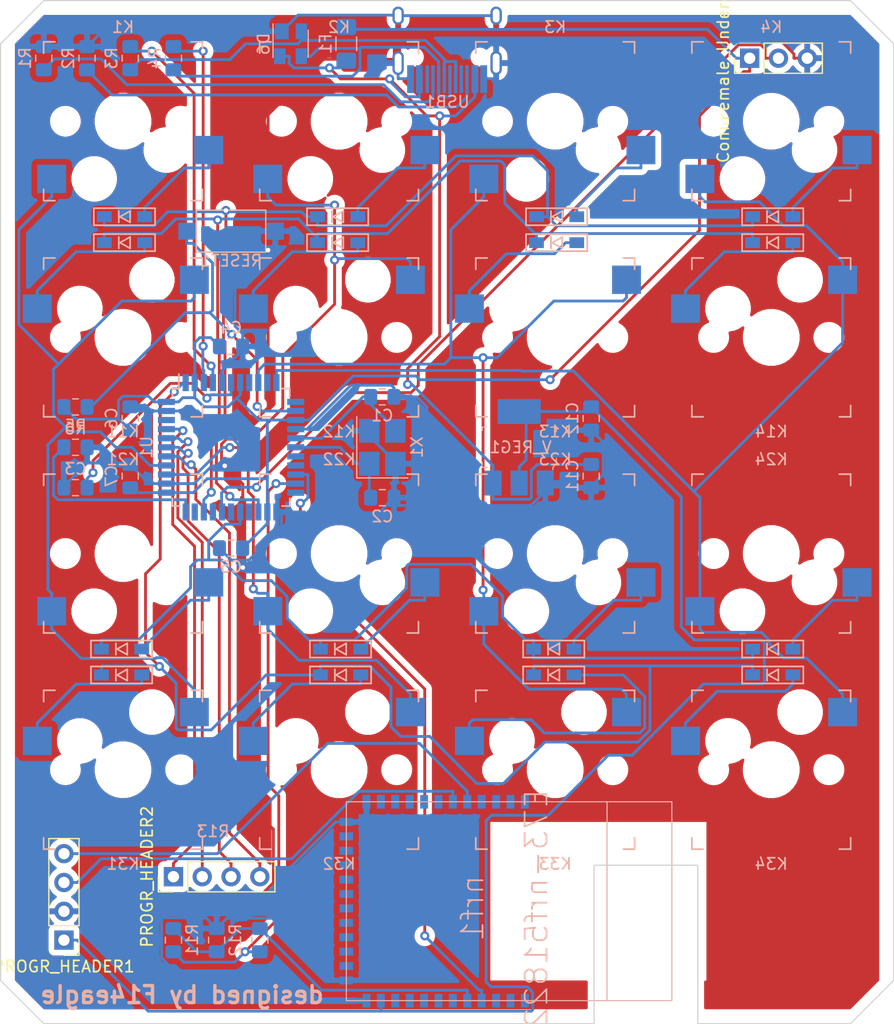
<source format=kicad_pcb>
(kicad_pcb (version 20171130) (host pcbnew "(5.1.2)-2")
  (layers (0 F.Cu signal hide) (31 B.Cu signal hide) (34 B.Paste user hide) (35 F.Paste user hide) (36 B.SilkS user hide) (37 F.SilkS user hide) (38 B.Mask user hide) (39 F.Mask user hide) (44 Edge.Cuts user))
  (net 0 "")
  (net 1 "Net-(D1-Pad2)")
  (net 2 row0)
  (net 3 "Net-(D2-Pad2)")
  (net 4 "Net-(D3-Pad2)")
  (net 5 "Net-(D4-Pad2)")
  (net 6 "Net-(D11-Pad2)")
  (net 7 row1)
  (net 8 "Net-(D12-Pad2)")
  (net 9 "Net-(D13-Pad2)")
  (net 10 "Net-(D14-Pad2)")
  (net 11 "Net-(D21-Pad2)")
  (net 12 row2)
  (net 13 "Net-(D22-Pad2)")
  (net 14 "Net-(D23-Pad2)")
  (net 15 "Net-(D24-Pad2)")
  (net 16 "Net-(D31-Pad2)")
  (net 17 row3)
  (net 18 "Net-(D32-Pad2)")
  (net 19 "Net-(D33-Pad2)")
  (net 20 "Net-(D34-Pad2)")
  (net 21 row4)
  (net 22 col0)
  (net 23 col1)
  (net 24 col2)
  (net 25 col3)
  (net 26 col4)
  (net 27 GND)
  (net 28 RXI)
  (net 29 TXO)
  (net 30 SWCLK)
  (net 31 SWDIO)
  (net 32 VCC)
  (net 33 TXODIV)
  (net 34 RGB_DATA)
  (net 35 "Net-(U1-Pad19)")
  (net 36 "Net-(USB1-Pad3)")
  (net 37 "Net-(USB1-Pad9)")
  (net 38 +5V)
  (net 39 "Net-(D6-Pad3)")
  (net 40 "Net-(D6-Pad2)")
  (net 41 +3.3V)
  (net 42 "Net-(R5-Pad2)")
  (net 43 "Net-(U1-Pad42)")
  (net 44 "Net-(R6-Pad2)")
  (net 45 "Net-(U1-Pad32)")
  (net 46 "Net-(U1-Pad30)")
  (net 47 "Net-(U1-Pad26)")
  (net 48 "Net-(U1-Pad22)")
  (net 49 "Net-(U1-Pad18)")
  (net 50 "Net-(C2-Pad1)")
  (net 51 "Net-(C1-Pad1)")
  (net 52 "Net-(U1-Pad12)")
  (net 53 "Net-(U1-Pad8)")
  (net 54 "Net-(C3-Pad1)")
  (net 55 D+)
  (net 56 D-)
  (net 57 "Net-(R2-Pad2)")
  (net 58 "Net-(R1-Pad2)")
  (net 59 "Net-(nrf1-Pad10)")
  (net 60 "Net-(nrf1-Pad9)")
  (net 61 "Net-(nrf1-Pad8)")
  (net 62 "Net-(nrf1-Pad7)")
  (net 63 "Net-(nrf1-Pad6)")
  (net 64 "Net-(nrf1-Pad3)")
  (net 65 "Net-(nrf1-Pad2)")
  (net 66 "Net-(nrf1-Pad36)")
  (net 67 "Net-(nrf1-Pad35)")
  (net 68 "Net-(nrf1-Pad34)")
  (net 69 "Net-(nrf1-Pad33)")
  (net 70 "Net-(nrf1-Pad30)")
  (net 71 "Net-(nrf1-Pad29)")
  (net 72 "Net-(nrf1-Pad28)")
  (net 73 "Net-(nrf1-Pad27)")
  (net 74 "Net-(nrf1-Pad26)")
  (net 75 "Net-(nrf1-Pad23)")
  (net 76 "Net-(nrf1-Pad22)")
  (net 77 "Net-(nrf1-Pad21)")
  (net 78 "Net-(nrf1-Pad20)")
  (net 79 "Net-(nrf1-Pad19)")
  (net 80 "Net-(nrf1-Pad18)")
  (net 81 "Net-(nrf1-Pad17)")
  (net 82 "Net-(nrf1-Pad16)")
  (net 83 "Net-(nrf1-Pad15)")
  (net 84 "Net-(nrf1-Pad14)")
  (net 85 "Net-(nrf1-Pad1)")
  (net 86 POF5)
  (net 87 POF4)
  (net 88 POF1)
  (net 89 POF0)
  (module Connector_PinHeader_2.54mm:PinHeader_1x04_P2.54mm_Vertical (layer F.Cu) (at 90.17 135.636 90)
    (fp_text reference PROGR_HEADER2 (at 0 -2.33 90) (layer F.SilkS))
    (fp_text value Conn_01x04_Female)
    (pad 4 thru_hole oval (at 0 7.62 90) (size 1.7 1.7) (drill 1) (layers *.Cu *.Mask) (net 86 POF5))
    (pad 3 thru_hole oval (at 0 5.08 90) (size 1.7 1.7) (drill 1) (layers *.Cu *.Mask) (net 87 POF4))
    (pad 2 thru_hole oval (at 0 2.54 90) (size 1.7 1.7) (drill 1) (layers *.Cu *.Mask) (net 88 POF1))
    (pad 1 thru_hole rect (at 0 0 90) (size 1.7 1.7) (drill 1) (layers *.Cu *.Mask) (net 89 POF0))
  )
  (module wingxx-receiver:E73-nrf51822-Module (layer B.Cu) (at 105.41 139.7 90)
    (fp_text reference nrf1 (at 1.27 11.1252 90) (layer B.SilkS) (effects (font (size 1.9304 1.9304) (thickness 0.1524)) (justify mirror)))
    (fp_text value E73-nrf51822 (at 1.27 16.764 90) (layer B.SilkS) (effects (font (size 1.9304 1.9304) (thickness 0.1524)) (justify mirror)))
    (pad 12 smd rect (at -6.858 1.778) (size 0.6985 1.19888) (layers B.Cu B.Paste B.Mask) (net 27 GND))
    (pad 31 smd rect (at 10.668 9.398) (size 0.6985 1.19888) (layers B.Cu B.Paste B.Mask) (net 31 SWDIO))
    (pad 32 smd rect (at 10.668 10.668) (size 0.6985 1.19888) (layers B.Cu B.Paste B.Mask) (net 30 SWCLK))
    (pad 13 smd rect (at -5.08 0) (size 1.19888 0.6985) (layers B.Cu B.Paste B.Mask) (net 27 GND))
    (pad 10 smd rect (at -6.858 4.318) (size 0.6985 1.19888) (layers B.Cu B.Paste B.Mask) (net 59 "Net-(nrf1-Pad10)"))
    (pad 9 smd rect (at -6.858 5.588) (size 0.6985 1.19888) (layers B.Cu B.Paste B.Mask) (net 60 "Net-(nrf1-Pad9)"))
    (pad 8 smd rect (at -6.858 6.858) (size 0.6985 1.19888) (layers B.Cu B.Paste B.Mask) (net 61 "Net-(nrf1-Pad8)"))
    (pad 7 smd rect (at -6.858 8.128) (size 0.6985 1.19888) (layers B.Cu B.Paste B.Mask) (net 62 "Net-(nrf1-Pad7)"))
    (pad 6 smd rect (at -6.858 9.398) (size 0.6985 1.19888) (layers B.Cu B.Paste B.Mask) (net 63 "Net-(nrf1-Pad6)"))
    (pad 5 smd rect (at -6.858 10.668) (size 0.6985 1.19888) (layers B.Cu B.Paste B.Mask) (net 33 TXODIV))
    (pad 4 smd rect (at -6.858 11.938) (size 0.6985 1.19888) (layers B.Cu B.Paste B.Mask) (net 28 RXI))
    (pad 3 smd rect (at -6.858 13.208) (size 0.6985 1.19888) (layers B.Cu B.Paste B.Mask) (net 64 "Net-(nrf1-Pad3)"))
    (pad 2 smd rect (at -6.858 14.478) (size 0.6985 1.19888) (layers B.Cu B.Paste B.Mask) (net 65 "Net-(nrf1-Pad2)"))
    (pad 36 smd rect (at 10.668 15.748) (size 0.6985 1.19888) (layers B.Cu B.Paste B.Mask) (net 66 "Net-(nrf1-Pad36)"))
    (pad 35 smd rect (at 10.668 14.478) (size 0.6985 1.19888) (layers B.Cu B.Paste B.Mask) (net 67 "Net-(nrf1-Pad35)"))
    (pad 34 smd rect (at 10.668 13.208) (size 0.6985 1.19888) (layers B.Cu B.Paste B.Mask) (net 68 "Net-(nrf1-Pad34)"))
    (pad 33 smd rect (at 10.668 11.938) (size 0.6985 1.19888) (layers B.Cu B.Paste B.Mask) (net 69 "Net-(nrf1-Pad33)"))
    (pad 30 smd rect (at 10.668 8.128) (size 0.6985 1.19888) (layers B.Cu B.Paste B.Mask) (net 70 "Net-(nrf1-Pad30)"))
    (pad 29 smd rect (at 10.668 6.858) (size 0.6985 1.19888) (layers B.Cu B.Paste B.Mask) (net 71 "Net-(nrf1-Pad29)"))
    (pad 28 smd rect (at 10.668 5.588) (size 0.6985 1.19888) (layers B.Cu B.Paste B.Mask) (net 72 "Net-(nrf1-Pad28)"))
    (pad 27 smd rect (at 10.668 4.318) (size 0.6985 1.19888) (layers B.Cu B.Paste B.Mask) (net 73 "Net-(nrf1-Pad27)"))
    (pad 26 smd rect (at 10.668 3.048) (size 0.6985 1.19888) (layers B.Cu B.Paste B.Mask) (net 74 "Net-(nrf1-Pad26)"))
    (pad 25 smd rect (at 10.668 1.778) (size 0.6985 1.19888) (layers B.Cu B.Paste B.Mask) (net 27 GND))
    (pad 24 smd rect (at 8.89 0) (size 1.19888 0.6985) (layers B.Cu B.Paste B.Mask) (net 27 GND))
    (pad 23 smd rect (at 7.62 0) (size 1.19888 0.6985) (layers B.Cu B.Paste B.Mask) (net 75 "Net-(nrf1-Pad23)"))
    (pad 22 smd rect (at 6.35 0) (size 1.19888 0.6985) (layers B.Cu B.Paste B.Mask) (net 76 "Net-(nrf1-Pad22)"))
    (pad 21 smd rect (at 5.08 0) (size 1.19888 0.6985) (layers B.Cu B.Paste B.Mask) (net 77 "Net-(nrf1-Pad21)"))
    (pad 20 smd rect (at 3.81 0) (size 1.19888 0.6985) (layers B.Cu B.Paste B.Mask) (net 78 "Net-(nrf1-Pad20)"))
    (pad 19 smd rect (at 2.54 0) (size 1.19888 0.6985) (layers B.Cu B.Paste B.Mask) (net 79 "Net-(nrf1-Pad19)"))
    (pad 18 smd rect (at 1.27 0) (size 1.19888 0.6985) (layers B.Cu B.Paste B.Mask) (net 80 "Net-(nrf1-Pad18)"))
    (pad 17 smd rect (at 0 0) (size 1.19888 0.6985) (layers B.Cu B.Paste B.Mask) (net 81 "Net-(nrf1-Pad17)"))
    (pad 16 smd rect (at -1.27 0) (size 1.19888 0.6985) (layers B.Cu B.Paste B.Mask) (net 82 "Net-(nrf1-Pad16)"))
    (pad 15 smd rect (at -2.54 0) (size 1.19888 0.6985) (layers B.Cu B.Paste B.Mask) (net 83 "Net-(nrf1-Pad15)"))
    (pad 14 smd rect (at -3.81 0) (size 1.19888 0.6985) (layers B.Cu B.Paste B.Mask) (net 84 "Net-(nrf1-Pad14)"))
    (pad 1 smd rect (at -6.858 15.748) (size 0.6985 1.19888) (layers B.Cu B.Paste B.Mask) (net 85 "Net-(nrf1-Pad1)"))
    (pad 11 smd rect (at -6.858 3.048) (size 0.6985 1.19888) (layers B.Cu B.Paste B.Mask) (net 41 +3.3V))
  )
  (module pcb:D3_SMD_Back (layer F.Cu) (at 85.852 77.47)
    (fp_text reference D1 hide)
    (fp_text value D hide)
    (pad 1 smd rect (at -1.775 0) (size 1.3 0.95) (layers B.Cu B.Paste B.Mask) (net 2 row0))
    (pad 2 smd rect (at 1.775 0) (size 1.3 0.95) (layers B.Cu B.Paste B.Mask) (net 1 "Net-(D1-Pad2)"))
  )
  (module pcb:D3_SMD_Back (layer F.Cu) (at 104.648 77.47)
    (fp_text reference D2 hide)
    (fp_text value D hide)
    (pad 1 smd rect (at -1.775 0) (size 1.3 0.95) (layers B.Cu B.Paste B.Mask) (net 2 row0))
    (pad 2 smd rect (at 1.775 0) (size 1.3 0.95) (layers B.Cu B.Paste B.Mask) (net 3 "Net-(D2-Pad2)"))
  )
  (module pcb:D3_SMD_Back (layer F.Cu) (at 123.952 77.47)
    (fp_text reference D3 hide)
    (fp_text value D hide)
    (pad 1 smd rect (at -1.775 0) (size 1.3 0.95) (layers B.Cu B.Paste B.Mask) (net 2 row0))
    (pad 2 smd rect (at 1.775 0) (size 1.3 0.95) (layers B.Cu B.Paste B.Mask) (net 4 "Net-(D3-Pad2)"))
  )
  (module pcb:D3_SMD_Back (layer F.Cu) (at 143.002 77.47)
    (fp_text reference D4 hide)
    (fp_text value D hide)
    (pad 1 smd rect (at -1.775 0) (size 1.3 0.95) (layers B.Cu B.Paste B.Mask) (net 2 row0))
    (pad 2 smd rect (at 1.775 0) (size 1.3 0.95) (layers B.Cu B.Paste B.Mask) (net 5 "Net-(D4-Pad2)"))
  )
  (module pcb:D3_SMD_Back (layer F.Cu) (at 85.852 79.756)
    (fp_text reference D11 hide)
    (fp_text value D hide)
    (pad 1 smd rect (at -1.775 0) (size 1.3 0.95) (layers B.Cu B.Paste B.Mask) (net 7 row1))
    (pad 2 smd rect (at 1.775 0) (size 1.3 0.95) (layers B.Cu B.Paste B.Mask) (net 6 "Net-(D11-Pad2)"))
  )
  (module pcb:D3_SMD_Back (layer F.Cu) (at 104.648 79.756)
    (fp_text reference D12 hide)
    (fp_text value D hide)
    (pad 1 smd rect (at -1.775 0) (size 1.3 0.95) (layers B.Cu B.Paste B.Mask) (net 7 row1))
    (pad 2 smd rect (at 1.775 0) (size 1.3 0.95) (layers B.Cu B.Paste B.Mask) (net 8 "Net-(D12-Pad2)"))
  )
  (module pcb:D3_SMD_Back (layer F.Cu) (at 123.952 79.756)
    (fp_text reference D13 hide)
    (fp_text value D hide)
    (pad 1 smd rect (at -1.775 0) (size 1.3 0.95) (layers B.Cu B.Paste B.Mask) (net 7 row1))
    (pad 2 smd rect (at 1.775 0) (size 1.3 0.95) (layers B.Cu B.Paste B.Mask) (net 9 "Net-(D13-Pad2)"))
  )
  (module pcb:D3_SMD_Back (layer F.Cu) (at 143.002 79.756)
    (fp_text reference D14 hide)
    (fp_text value D hide)
    (pad 1 smd rect (at -1.775 0) (size 1.3 0.95) (layers B.Cu B.Paste B.Mask) (net 7 row1))
    (pad 2 smd rect (at 1.775 0) (size 1.3 0.95) (layers B.Cu B.Paste B.Mask) (net 10 "Net-(D14-Pad2)"))
  )
  (module pcb:D3_SMD_Back (layer F.Cu) (at 85.598 115.57)
    (fp_text reference D21 hide)
    (fp_text value D hide)
    (pad 1 smd rect (at -1.775 0) (size 1.3 0.95) (layers B.Cu B.Paste B.Mask) (net 12 row2))
    (pad 2 smd rect (at 1.775 0) (size 1.3 0.95) (layers B.Cu B.Paste B.Mask) (net 11 "Net-(D21-Pad2)"))
  )
  (module pcb:D3_SMD_Back (layer F.Cu) (at 104.902 115.57)
    (fp_text reference D22 hide)
    (fp_text value D hide)
    (pad 1 smd rect (at -1.775 0) (size 1.3 0.95) (layers B.Cu B.Paste B.Mask) (net 12 row2))
    (pad 2 smd rect (at 1.775 0) (size 1.3 0.95) (layers B.Cu B.Paste B.Mask) (net 13 "Net-(D22-Pad2)"))
  )
  (module pcb:D3_SMD_Back (layer F.Cu) (at 123.698 115.57)
    (fp_text reference D23 hide)
    (fp_text value D hide)
    (pad 1 smd rect (at -1.775 0) (size 1.3 0.95) (layers B.Cu B.Paste B.Mask) (net 12 row2))
    (pad 2 smd rect (at 1.775 0) (size 1.3 0.95) (layers B.Cu B.Paste B.Mask) (net 14 "Net-(D23-Pad2)"))
  )
  (module pcb:D3_SMD_Back (layer F.Cu) (at 143.002 115.57)
    (fp_text reference D24 hide)
    (fp_text value D hide)
    (pad 1 smd rect (at -1.775 0) (size 1.3 0.95) (layers B.Cu B.Paste B.Mask) (net 12 row2))
    (pad 2 smd rect (at 1.775 0) (size 1.3 0.95) (layers B.Cu B.Paste B.Mask) (net 15 "Net-(D24-Pad2)"))
  )
  (module pcb:D3_SMD_Back (layer F.Cu) (at 85.598 117.856)
    (fp_text reference D31 hide)
    (fp_text value D hide)
    (pad 1 smd rect (at -1.775 0) (size 1.3 0.95) (layers B.Cu B.Paste B.Mask) (net 17 row3))
    (pad 2 smd rect (at 1.775 0) (size 1.3 0.95) (layers B.Cu B.Paste B.Mask) (net 16 "Net-(D31-Pad2)"))
  )
  (module pcb:D3_SMD_Back (layer F.Cu) (at 104.902 117.856)
    (fp_text reference D32 hide)
    (fp_text value D hide)
    (pad 1 smd rect (at -1.775 0) (size 1.3 0.95) (layers B.Cu B.Paste B.Mask) (net 17 row3))
    (pad 2 smd rect (at 1.775 0) (size 1.3 0.95) (layers B.Cu B.Paste B.Mask) (net 18 "Net-(D32-Pad2)"))
  )
  (module pcb:D3_SMD_Back (layer F.Cu) (at 123.698 117.856)
    (fp_text reference D33 hide)
    (fp_text value D hide)
    (pad 1 smd rect (at -1.775 0) (size 1.3 0.95) (layers B.Cu B.Paste B.Mask) (net 17 row3))
    (pad 2 smd rect (at 1.775 0) (size 1.3 0.95) (layers B.Cu B.Paste B.Mask) (net 19 "Net-(D33-Pad2)"))
  )
  (module pcb:D3_SMD_Back (layer F.Cu) (at 143.002 117.856)
    (fp_text reference D34 hide)
    (fp_text value D hide)
    (pad 1 smd rect (at -1.775 0) (size 1.3 0.95) (layers B.Cu B.Paste B.Mask) (net 17 row3))
    (pad 2 smd rect (at 1.775 0) (size 1.3 0.95) (layers B.Cu B.Paste B.Mask) (net 20 "Net-(D34-Pad2)"))
  )
  (module Button_Switch_SMD:SW_SPST_CK_RS282G05A3 (layer B.Cu) (at 95.25 78.74)
    (fp_text reference RESET1 (at 0 2.6) (layer B.SilkS) (effects (justify mirror)))
    (fp_text value SW_SPST)
    (pad 2 smd rect (at 3.9 0) (size 1.5 1.5) (layers B.Cu B.Paste B.Mask) (net 27 GND))
    (pad 1 smd rect (at -3.9 0) (size 1.5 1.5) (layers B.Cu B.Paste B.Mask) (net 42 "Net-(R5-Pad2)"))
  )
  (module Crystal:Crystal_SMD_3225-4Pin_3.2x2.5mm_HandSoldering (layer B.Cu) (at 108.585 97.79 90)
    (fp_text reference X1 (at 0 3.05 270) (layer B.SilkS) (effects (justify mirror)))
    (fp_text value Crystal_GND24)
    (pad 4 smd rect (at -1.45 1.15 90) (size 2.1 1.8) (layers B.Cu B.Paste B.Mask) (net 27 GND))
    (pad 3 smd rect (at 1.45 1.15 90) (size 2.1 1.8) (layers B.Cu B.Paste B.Mask) (net 51 "Net-(C1-Pad1)"))
    (pad 2 smd rect (at 1.45 -1.15 90) (size 2.1 1.8) (layers B.Cu B.Paste B.Mask) (net 27 GND))
    (pad 1 smd rect (at -1.45 -1.15 90) (size 2.1 1.8) (layers B.Cu B.Paste B.Mask) (net 50 "Net-(C2-Pad1)"))
  )
  (module Fuse:Fuse_1206_3216Metric_Pad1.42x1.75mm_HandSolder (layer B.Cu) (at 105.41 62.23 270)
    (fp_text reference F1 (at 0 1.82 90) (layer B.SilkS) (effects (justify mirror)))
    (fp_text value MF-NSMF050-2)
    (pad 2 smd roundrect (at 1.4875 0 270) (size 1.425 1.75) (layers B.Cu B.Paste B.Mask) (roundrect_rratio 0.175439) (net 32 VCC))
    (pad 1 smd roundrect (at -1.4875 0 270) (size 1.425 1.75) (layers B.Cu B.Paste B.Mask) (roundrect_rratio 0.175439) (net 38 +5V))
  )
  (module Resistor_SMD:R_0805_2012Metric_Pad1.15x1.40mm_HandSolder (layer B.Cu) (at 81.534 97.79 180)
    (fp_text reference R6 (at 0 1.65) (layer B.SilkS) (effects (justify mirror)))
    (fp_text value 1K)
    (pad 2 smd roundrect (at 1.025 0 180) (size 1.15 1.4) (layers B.Cu B.Paste B.Mask) (roundrect_rratio 0.217391) (net 44 "Net-(R6-Pad2)"))
    (pad 1 smd roundrect (at -1.025 0 180) (size 1.15 1.4) (layers B.Cu B.Paste B.Mask) (roundrect_rratio 0.217391) (net 27 GND))
  )
  (module Resistor_SMD:R_0805_2012Metric_Pad1.15x1.40mm_HandSolder (layer B.Cu) (at 81.534 94.234)
    (fp_text reference R5 (at 0 1.65) (layer B.SilkS) (effects (justify mirror)))
    (fp_text value 10K)
    (pad 2 smd roundrect (at 1.025 0) (size 1.15 1.4) (layers B.Cu B.Paste B.Mask) (roundrect_rratio 0.217391) (net 42 "Net-(R5-Pad2)"))
    (pad 1 smd roundrect (at -1.025 0) (size 1.15 1.4) (layers B.Cu B.Paste B.Mask) (roundrect_rratio 0.217391) (net 38 +5V))
  )
  (module Resistor_SMD:R_0805_2012Metric_Pad1.15x1.40mm_HandSolder (layer B.Cu) (at 90.17 63.5 270)
    (fp_text reference R4 (at 0 1.65 270) (layer B.SilkS) (effects (justify mirror)))
    (fp_text value 22)
    (pad 2 smd roundrect (at 1.025 0 270) (size 1.15 1.4) (layers B.Cu B.Paste B.Mask) (roundrect_rratio 0.217391) (net 39 "Net-(D6-Pad3)"))
    (pad 1 smd roundrect (at -1.025 0 270) (size 1.15 1.4) (layers B.Cu B.Paste B.Mask) (roundrect_rratio 0.217391) (net 56 D-))
  )
  (module Resistor_SMD:R_0805_2012Metric_Pad1.15x1.40mm_HandSolder (layer B.Cu) (at 86.36 63.5 270)
    (fp_text reference R3 (at 0 1.65 270) (layer B.SilkS) (effects (justify mirror)))
    (fp_text value 22)
    (pad 2 smd roundrect (at 1.025 0 270) (size 1.15 1.4) (layers B.Cu B.Paste B.Mask) (roundrect_rratio 0.217391) (net 40 "Net-(D6-Pad2)"))
    (pad 1 smd roundrect (at -1.025 0 270) (size 1.15 1.4) (layers B.Cu B.Paste B.Mask) (roundrect_rratio 0.217391) (net 55 D+))
  )
  (module Resistor_SMD:R_0805_2012Metric_Pad1.15x1.40mm_HandSolder (layer B.Cu) (at 82.55 63.5 270)
    (fp_text reference R2 (at 0 1.65 270) (layer B.SilkS) (effects (justify mirror)))
    (fp_text value 5.1K)
    (pad 2 smd roundrect (at 1.025 0 270) (size 1.15 1.4) (layers B.Cu B.Paste B.Mask) (roundrect_rratio 0.217391) (net 57 "Net-(R2-Pad2)"))
    (pad 1 smd roundrect (at -1.025 0 270) (size 1.15 1.4) (layers B.Cu B.Paste B.Mask) (roundrect_rratio 0.217391) (net 27 GND))
  )
  (module Resistor_SMD:R_0805_2012Metric_Pad1.15x1.40mm_HandSolder (layer B.Cu) (at 78.74 63.5 270)
    (fp_text reference R1 (at 0 1.65 270) (layer B.SilkS) (effects (justify mirror)))
    (fp_text value 5.1K)
    (pad 2 smd roundrect (at 1.025 0 270) (size 1.15 1.4) (layers B.Cu B.Paste B.Mask) (roundrect_rratio 0.217391) (net 58 "Net-(R1-Pad2)"))
    (pad 1 smd roundrect (at -1.025 0 270) (size 1.15 1.4) (layers B.Cu B.Paste B.Mask) (roundrect_rratio 0.217391) (net 27 GND))
  )
  (module Capacitor_SMD:C_0805_2012Metric_Pad1.15x1.40mm_HandSolder (layer B.Cu) (at 127 95.25 270)
    (fp_text reference C12 (at 0 1.65 90) (layer B.SilkS) (effects (justify mirror)))
    (fp_text value 10uF)
    (pad 2 smd roundrect (at 1.025 0 270) (size 1.15 1.4) (layers B.Cu B.Paste B.Mask) (roundrect_rratio 0.217391) (net 27 GND))
    (pad 1 smd roundrect (at -1.025 0 270) (size 1.15 1.4) (layers B.Cu B.Paste B.Mask) (roundrect_rratio 0.217391) (net 41 +3.3V))
  )
  (module Capacitor_SMD:C_0805_2012Metric_Pad1.15x1.40mm_HandSolder (layer B.Cu) (at 127 100.33 270)
    (fp_text reference C11 (at 0 1.65 90) (layer B.SilkS) (effects (justify mirror)))
    (fp_text value 10uF)
    (pad 2 smd roundrect (at 1.025 0 270) (size 1.15 1.4) (layers B.Cu B.Paste B.Mask) (roundrect_rratio 0.217391) (net 27 GND))
    (pad 1 smd roundrect (at -1.025 0 270) (size 1.15 1.4) (layers B.Cu B.Paste B.Mask) (roundrect_rratio 0.217391) (net 32 VCC))
  )
  (module Capacitor_SMD:C_0805_2012Metric_Pad1.15x1.40mm_HandSolder (layer B.Cu) (at 86.36 100.33 270)
    (fp_text reference C7 (at 0 1.65 90) (layer B.SilkS) (effects (justify mirror)))
    (fp_text value 10uF)
    (pad 2 smd roundrect (at 1.025 0 270) (size 1.15 1.4) (layers B.Cu B.Paste B.Mask) (roundrect_rratio 0.217391) (net 38 +5V))
    (pad 1 smd roundrect (at -1.025 0 270) (size 1.15 1.4) (layers B.Cu B.Paste B.Mask) (roundrect_rratio 0.217391) (net 27 GND))
  )
  (module Capacitor_SMD:C_0805_2012Metric_Pad1.15x1.40mm_HandSolder (layer B.Cu) (at 86.36 95.25 270)
    (fp_text reference C6 (at 0 1.65 90) (layer B.SilkS) (effects (justify mirror)))
    (fp_text value 100nF)
    (pad 2 smd roundrect (at 1.025 0 270) (size 1.15 1.4) (layers B.Cu B.Paste B.Mask) (roundrect_rratio 0.217391) (net 38 +5V))
    (pad 1 smd roundrect (at -1.025 0 270) (size 1.15 1.4) (layers B.Cu B.Paste B.Mask) (roundrect_rratio 0.217391) (net 27 GND))
  )
  (module Capacitor_SMD:C_0805_2012Metric_Pad1.15x1.40mm_HandSolder (layer B.Cu) (at 95.25 106.68)
    (fp_text reference C5 (at 0 1.65) (layer B.SilkS) (effects (justify mirror)))
    (fp_text value 100nF)
    (pad 2 smd roundrect (at 1.025 0) (size 1.15 1.4) (layers B.Cu B.Paste B.Mask) (roundrect_rratio 0.217391) (net 38 +5V))
    (pad 1 smd roundrect (at -1.025 0) (size 1.15 1.4) (layers B.Cu B.Paste B.Mask) (roundrect_rratio 0.217391) (net 27 GND))
  )
  (module Capacitor_SMD:C_0805_2012Metric_Pad1.15x1.40mm_HandSolder (layer B.Cu) (at 95.25 88.9 180)
    (fp_text reference C4 (at 0 1.65) (layer B.SilkS) (effects (justify mirror)))
    (fp_text value 100nF)
    (pad 2 smd roundrect (at 1.025 0 180) (size 1.15 1.4) (layers B.Cu B.Paste B.Mask) (roundrect_rratio 0.217391) (net 38 +5V))
    (pad 1 smd roundrect (at -1.025 0 180) (size 1.15 1.4) (layers B.Cu B.Paste B.Mask) (roundrect_rratio 0.217391) (net 27 GND))
  )
  (module Capacitor_SMD:C_0805_2012Metric_Pad1.15x1.40mm_HandSolder (layer B.Cu) (at 81.534 101.346 180)
    (fp_text reference C3 (at 0 1.65) (layer B.SilkS) (effects (justify mirror)))
    (fp_text value 1uF)
    (pad 2 smd roundrect (at 1.025 0 180) (size 1.15 1.4) (layers B.Cu B.Paste B.Mask) (roundrect_rratio 0.217391) (net 27 GND))
    (pad 1 smd roundrect (at -1.025 0 180) (size 1.15 1.4) (layers B.Cu B.Paste B.Mask) (roundrect_rratio 0.217391) (net 54 "Net-(C3-Pad1)"))
  )
  (module Capacitor_SMD:C_0805_2012Metric_Pad1.15x1.40mm_HandSolder (layer B.Cu) (at 108.585 102.235)
    (fp_text reference C2 (at 0 1.65) (layer B.SilkS) (effects (justify mirror)))
    (fp_text value 22pF)
    (pad 2 smd roundrect (at 1.025 0) (size 1.15 1.4) (layers B.Cu B.Paste B.Mask) (roundrect_rratio 0.217391) (net 27 GND))
    (pad 1 smd roundrect (at -1.025 0) (size 1.15 1.4) (layers B.Cu B.Paste B.Mask) (roundrect_rratio 0.217391) (net 50 "Net-(C2-Pad1)"))
  )
  (module Capacitor_SMD:C_0805_2012Metric_Pad1.15x1.40mm_HandSolder (layer B.Cu) (at 108.585 93.345)
    (fp_text reference C1 (at 0 1.65) (layer B.SilkS) (effects (justify mirror)))
    (fp_text value 22pF)
    (pad 2 smd roundrect (at 1.025 0) (size 1.15 1.4) (layers B.Cu B.Paste B.Mask) (roundrect_rratio 0.217391) (net 27 GND))
    (pad 1 smd roundrect (at -1.025 0) (size 1.15 1.4) (layers B.Cu B.Paste B.Mask) (roundrect_rratio 0.217391) (net 51 "Net-(C1-Pad1)"))
  )
  (module Package_QFP:TQFP-44_10x10mm_P0.8mm (layer B.Cu) (at 95.25 97.79 270)
    (fp_text reference U1 (at 0 7.45 90) (layer B.SilkS) (effects (justify mirror)))
    (fp_text value ATmega32U4-AU)
    (pad 44 smd rect (at -4 5.7 180) (size 1.5 0.55) (layers B.Cu B.Paste B.Mask) (net 38 +5V))
    (pad 43 smd rect (at -3.2 5.7 180) (size 1.5 0.55) (layers B.Cu B.Paste B.Mask) (net 27 GND))
    (pad 42 smd rect (at -2.4 5.7 180) (size 1.5 0.55) (layers B.Cu B.Paste B.Mask) (net 43 "Net-(U1-Pad42)"))
    (pad 41 smd rect (at -1.6 5.7 180) (size 1.5 0.55) (layers B.Cu B.Paste B.Mask) (net 89 POF0))
    (pad 40 smd rect (at -0.8 5.7 180) (size 1.5 0.55) (layers B.Cu B.Paste B.Mask) (net 88 POF1))
    (pad 39 smd rect (at 0 5.7 180) (size 1.5 0.55) (layers B.Cu B.Paste B.Mask) (net 87 POF4))
    (pad 38 smd rect (at 0.8 5.7 180) (size 1.5 0.55) (layers B.Cu B.Paste B.Mask) (net 86 POF5))
    (pad 37 smd rect (at 1.6 5.7 180) (size 1.5 0.55) (layers B.Cu B.Paste B.Mask) (net 22 col0))
    (pad 36 smd rect (at 2.4 5.7 180) (size 1.5 0.55) (layers B.Cu B.Paste B.Mask) (net 23 col1))
    (pad 35 smd rect (at 3.2 5.7 180) (size 1.5 0.55) (layers B.Cu B.Paste B.Mask) (net 27 GND))
    (pad 34 smd rect (at 4 5.7 180) (size 1.5 0.55) (layers B.Cu B.Paste B.Mask) (net 38 +5V))
    (pad 33 smd rect (at 5.7 4 270) (size 1.5 0.55) (layers B.Cu B.Paste B.Mask) (net 44 "Net-(R6-Pad2)"))
    (pad 32 smd rect (at 5.7 3.2 270) (size 1.5 0.55) (layers B.Cu B.Paste B.Mask) (net 45 "Net-(U1-Pad32)"))
    (pad 31 smd rect (at 5.7 2.4 270) (size 1.5 0.55) (layers B.Cu B.Paste B.Mask) (net 7 row1))
    (pad 30 smd rect (at 5.7 1.6 270) (size 1.5 0.55) (layers B.Cu B.Paste B.Mask) (net 46 "Net-(U1-Pad30)"))
    (pad 29 smd rect (at 5.7 0.8 270) (size 1.5 0.55) (layers B.Cu B.Paste B.Mask) (net 34 RGB_DATA))
    (pad 28 smd rect (at 5.7 0 270) (size 1.5 0.55) (layers B.Cu B.Paste B.Mask) (net 21 row4))
    (pad 27 smd rect (at 5.7 -0.8 270) (size 1.5 0.55) (layers B.Cu B.Paste B.Mask) (net 12 row2))
    (pad 26 smd rect (at 5.7 -1.6 270) (size 1.5 0.55) (layers B.Cu B.Paste B.Mask) (net 47 "Net-(U1-Pad26)"))
    (pad 25 smd rect (at 5.7 -2.4 270) (size 1.5 0.55) (layers B.Cu B.Paste B.Mask) (net 2 row0))
    (pad 24 smd rect (at 5.7 -3.2 270) (size 1.5 0.55) (layers B.Cu B.Paste B.Mask) (net 38 +5V))
    (pad 23 smd rect (at 5.7 -4 270) (size 1.5 0.55) (layers B.Cu B.Paste B.Mask) (net 27 GND))
    (pad 22 smd rect (at 4 -5.7 180) (size 1.5 0.55) (layers B.Cu B.Paste B.Mask) (net 48 "Net-(U1-Pad22)"))
    (pad 21 smd rect (at 3.2 -5.7 180) (size 1.5 0.55) (layers B.Cu B.Paste B.Mask) (net 29 TXO))
    (pad 20 smd rect (at 2.4 -5.7 180) (size 1.5 0.55) (layers B.Cu B.Paste B.Mask) (net 28 RXI))
    (pad 19 smd rect (at 1.6 -5.7 180) (size 1.5 0.55) (layers B.Cu B.Paste B.Mask) (net 35 "Net-(U1-Pad19)"))
    (pad 18 smd rect (at 0.8 -5.7 180) (size 1.5 0.55) (layers B.Cu B.Paste B.Mask) (net 49 "Net-(U1-Pad18)"))
    (pad 17 smd rect (at 0 -5.7 180) (size 1.5 0.55) (layers B.Cu B.Paste B.Mask) (net 50 "Net-(C2-Pad1)"))
    (pad 16 smd rect (at -0.8 -5.7 180) (size 1.5 0.55) (layers B.Cu B.Paste B.Mask) (net 51 "Net-(C1-Pad1)"))
    (pad 15 smd rect (at -1.6 -5.7 180) (size 1.5 0.55) (layers B.Cu B.Paste B.Mask) (net 27 GND))
    (pad 14 smd rect (at -2.4 -5.7 180) (size 1.5 0.55) (layers B.Cu B.Paste B.Mask) (net 38 +5V))
    (pad 13 smd rect (at -3.2 -5.7 180) (size 1.5 0.55) (layers B.Cu B.Paste B.Mask) (net 42 "Net-(R5-Pad2)"))
    (pad 12 smd rect (at -4 -5.7 180) (size 1.5 0.55) (layers B.Cu B.Paste B.Mask) (net 52 "Net-(U1-Pad12)"))
    (pad 11 smd rect (at -5.7 -4 270) (size 1.5 0.55) (layers B.Cu B.Paste B.Mask) (net 25 col3))
    (pad 10 smd rect (at -5.7 -3.2 270) (size 1.5 0.55) (layers B.Cu B.Paste B.Mask) (net 26 col4))
    (pad 9 smd rect (at -5.7 -2.4 270) (size 1.5 0.55) (layers B.Cu B.Paste B.Mask) (net 24 col2))
    (pad 8 smd rect (at -5.7 -1.6 270) (size 1.5 0.55) (layers B.Cu B.Paste B.Mask) (net 53 "Net-(U1-Pad8)"))
    (pad 7 smd rect (at -5.7 -0.8 270) (size 1.5 0.55) (layers B.Cu B.Paste B.Mask) (net 38 +5V))
    (pad 6 smd rect (at -5.7 0 270) (size 1.5 0.55) (layers B.Cu B.Paste B.Mask) (net 54 "Net-(C3-Pad1)"))
    (pad 5 smd rect (at -5.7 0.8 270) (size 1.5 0.55) (layers B.Cu B.Paste B.Mask) (net 27 GND))
    (pad 4 smd rect (at -5.7 1.6 270) (size 1.5 0.55) (layers B.Cu B.Paste B.Mask) (net 55 D+))
    (pad 3 smd rect (at -5.7 2.4 270) (size 1.5 0.55) (layers B.Cu B.Paste B.Mask) (net 56 D-))
    (pad 2 smd rect (at -5.7 3.2 270) (size 1.5 0.55) (layers B.Cu B.Paste B.Mask) (net 38 +5V))
    (pad 1 smd rect (at -5.7 4 270) (size 1.5 0.55) (layers B.Cu B.Paste B.Mask) (net 17 row3))
  )
  (module Package_TO_SOT_SMD:SOT-143 (layer B.Cu) (at 100.5 62.23 270)
    (fp_text reference D6 (at 0.02 2.38 90) (layer B.SilkS) (effects (justify mirror)))
    (fp_text value PRTR5V0U2X)
    (pad 4 smd rect (at 1.1 0.95) (size 1 1.4) (layers B.Cu B.Paste B.Mask) (net 32 VCC))
    (pad 3 smd rect (at 1.1 -0.95) (size 1 1.4) (layers B.Cu B.Paste B.Mask) (net 39 "Net-(D6-Pad3)"))
    (pad 2 smd rect (at -1.1 -0.95) (size 1 1.4) (layers B.Cu B.Paste B.Mask) (net 40 "Net-(D6-Pad2)"))
    (pad 1 smd rect (at -1.1 0.77) (size 1.2 1.4) (layers B.Cu B.Paste B.Mask) (net 27 GND))
  )
  (module Type-C:HRO-TYPE-C-31-M-12-HandSoldering (layer B.Cu) (at 114.3 57.15)
    (fp_text reference USB1 (at 0 10.2) (layer B.SilkS) (effects (justify mirror)))
    (fp_text value HRO-TYPE-C-31-M-12)
    (pad 12 smd rect (at 3.225 8.195) (size 0.6 2.45) (layers B.Cu B.Paste B.Mask) (net 27 GND))
    (pad 1 smd rect (at -3.225 8.195) (size 0.6 2.45) (layers B.Cu B.Paste B.Mask) (net 27 GND))
    (pad 11 smd rect (at 2.45 8.195) (size 0.6 2.45) (layers B.Cu B.Paste B.Mask) (net 32 VCC))
    (pad 2 smd rect (at -2.45 8.195) (size 0.6 2.45) (layers B.Cu B.Paste B.Mask) (net 32 VCC))
    (pad 3 smd rect (at -1.75 8.195) (size 0.3 2.45) (layers B.Cu B.Paste B.Mask) (net 36 "Net-(USB1-Pad3)"))
    (pad 10 smd rect (at 1.75 8.195) (size 0.3 2.45) (layers B.Cu B.Paste B.Mask) (net 57 "Net-(R2-Pad2)"))
    (pad 4 smd rect (at -1.25 8.195) (size 0.3 2.45) (layers B.Cu B.Paste B.Mask) (net 58 "Net-(R1-Pad2)"))
    (pad 9 smd rect (at 1.25 8.195) (size 0.3 2.45) (layers B.Cu B.Paste B.Mask) (net 37 "Net-(USB1-Pad9)"))
    (pad 5 smd rect (at -0.75 8.195) (size 0.3 2.45) (layers B.Cu B.Paste B.Mask) (net 39 "Net-(D6-Pad3)"))
    (pad 8 smd rect (at 0.75 8.195) (size 0.3 2.45) (layers B.Cu B.Paste B.Mask) (net 40 "Net-(D6-Pad2)"))
    (pad 7 smd rect (at 0.25 8.195) (size 0.3 2.45) (layers B.Cu B.Paste B.Mask) (net 39 "Net-(D6-Pad3)"))
    (pad 6 smd rect (at -0.25 8.195) (size 0.3 2.45) (layers B.Cu B.Paste B.Mask) (net 40 "Net-(D6-Pad2)"))
    (pad "" np_thru_hole circle (at 2.89 6.25) (size 0.65 0.65) (drill 0.65) (layers *.Cu *.Mask))
    (pad "" np_thru_hole circle (at -2.89 6.25) (size 0.65 0.65) (drill 0.65) (layers *.Cu *.Mask))
    (pad 13 thru_hole oval (at -4.32 6.78) (size 1 2.1) (drill oval 0.6 1.7) (layers *.Cu F.Mask) (net 27 GND))
    (pad 13 thru_hole oval (at 4.32 6.78) (size 1 2.1) (drill oval 0.6 1.7) (layers *.Cu F.Mask) (net 27 GND))
    (pad 13 thru_hole oval (at -4.32 2.6) (size 1 1.6) (drill oval 0.6 1.2) (layers *.Cu F.Mask) (net 27 GND))
    (pad 13 thru_hole oval (at 4.32 2.6) (size 1 1.6) (drill oval 0.6 1.2) (layers *.Cu F.Mask) (net 27 GND))
  )
  (module redox_w_receiver_footprints:SOT-223 (layer B.Cu) (at 120.65 97.79 180)
    (fp_text reference V_REG1 (at -0.127 0) (layer B.SilkS) (effects (justify mirror)))
    (fp_text value LD1117S33CTR)
    (pad 4 smd rect (at 0 3.15 180) (size 3.8 2.2) (layers B.Cu B.Paste B.Mask) (net 41 +3.3V))
    (pad 1 smd rect (at -2.3 -3.15 180) (size 1.5 2.2) (layers B.Cu B.Paste B.Mask) (net 27 GND))
    (pad 2 smd rect (at 0 -3.15 180) (size 1.5 2.2) (layers B.Cu B.Paste B.Mask) (net 41 +3.3V))
    (pad 3 smd rect (at 2.3 -3.15 180) (size 1.5 2.2) (layers B.Cu B.Paste B.Mask) (net 32 VCC))
  )
  (module Connector_PinHeader_2.54mm:PinHeader_1x03_P2.54mm_Vertical (layer F.Cu) (at 140.97 63.5 90)
    (fp_text reference ConnFemale_Underglow1 (at 0 -2.33 90) (layer F.SilkS))
    (fp_text value Conn_01x03_Female)
    (pad 3 thru_hole oval (at 0 5.08 90) (size 1.7 1.7) (drill 1) (layers *.Cu *.Mask) (net 27 GND))
    (pad 2 thru_hole oval (at 0 2.54 90) (size 1.7 1.7) (drill 1) (layers *.Cu *.Mask) (net 34 RGB_DATA))
    (pad 1 thru_hole rect (at 0 0 90) (size 1.7 1.7) (drill 1) (layers *.Cu *.Mask) (net 38 +5V))
  )
  (module Resistor_SMD:R_0805_2012Metric_Pad1.15x1.40mm_HandSolder (layer B.Cu) (at 97.79 141.224 90)
    (fp_text reference R13 (at 9.5875 -4.1275 180) (layer B.SilkS) (effects (justify mirror)))
    (fp_text value 1.5K)
    (pad 2 smd roundrect (at 1.025 0 90) (size 1.15 1.4) (layers B.Cu B.Paste B.Mask) (roundrect_rratio 0.217391) (net 33 TXODIV))
    (pad 1 smd roundrect (at -1.025 0 90) (size 1.15 1.4) (layers B.Cu B.Paste B.Mask) (roundrect_rratio 0.217391) (net 29 TXO))
  )
  (module Resistor_SMD:R_0805_2012Metric_Pad1.15x1.40mm_HandSolder (layer B.Cu) (at 93.98 141.224 90)
    (fp_text reference R12 (at 0 1.65 90) (layer B.SilkS) (effects (justify mirror)))
    (fp_text value 1.5K)
    (pad 2 smd roundrect (at 1.025 0 90) (size 1.15 1.4) (layers B.Cu B.Paste B.Mask) (roundrect_rratio 0.217391) (net 27 GND))
    (pad 1 smd roundrect (at -1.025 0 90) (size 1.15 1.4) (layers B.Cu B.Paste B.Mask) (roundrect_rratio 0.217391) (net 33 TXODIV))
  )
  (module Resistor_SMD:R_0805_2012Metric_Pad1.15x1.40mm_HandSolder (layer B.Cu) (at 90.17 141.224 90)
    (fp_text reference R11 (at 0 1.65 90) (layer B.SilkS) (effects (justify mirror)))
    (fp_text value 1.5K)
    (pad 2 smd roundrect (at 1.025 0 90) (size 1.15 1.4) (layers B.Cu B.Paste B.Mask) (roundrect_rratio 0.217391) (net 33 TXODIV))
    (pad 1 smd roundrect (at -1.025 0 90) (size 1.15 1.4) (layers B.Cu B.Paste B.Mask) (roundrect_rratio 0.217391) (net 29 TXO))
  )
  (module Connector_PinHeader_2.54mm:PinHeader_1x04_P2.54mm_Vertical (layer F.Cu) (at 80.518 141.224 180)
    (fp_text reference PROGR_HEADER1 (at 0 -2.33) (layer F.SilkS))
    (fp_text value Conn_01x04_Female)
    (pad 4 thru_hole oval (at 0 7.62 180) (size 1.7 1.7) (drill 1) (layers *.Cu *.Mask) (net 30 SWCLK))
    (pad 3 thru_hole oval (at 0 5.08 180) (size 1.7 1.7) (drill 1) (layers *.Cu *.Mask) (net 31 SWDIO))
    (pad 2 thru_hole oval (at 0 2.54 180) (size 1.7 1.7) (drill 1) (layers *.Cu *.Mask) (net 27 GND))
    (pad 1 thru_hole rect (at 0 0 180) (size 1.7 1.7) (drill 1) (layers *.Cu *.Mask) (net 41 +3.3V))
  )
  (module keyswitches:Kailh_socket (layer F.Cu) (at 142.875 126.206)
    (fp_text reference K34 (at 0 8.3) (layer B.SilkS) (effects (justify mirror)))
    (fp_text value KEYSW-redox_rev1-rescue)
    (pad 2 smd rect (at -7.56 -2.54) (size 2.55 2.5) (layers B.Cu B.Paste B.Mask) (net 20 "Net-(D34-Pad2)"))
    (pad "" np_thru_hole circle (at -5.08 0) (size 1.7018 1.7018) (drill 1.7018) (layers *.Cu *.Mask))
    (pad "" np_thru_hole circle (at 5.08 0) (size 1.7018 1.7018) (drill 1.7018) (layers *.Cu *.Mask))
    (pad "" np_thru_hole circle (at 0 0) (size 3.9878 3.9878) (drill 3.9878) (layers *.Cu *.Mask))
    (pad "" np_thru_hole circle (at -3.81 -2.54) (size 3 3) (drill 3) (layers *.Cu *.Mask))
    (pad "" np_thru_hole circle (at 2.54 -5.08) (size 3 3) (drill 3) (layers *.Cu *.Mask))
    (pad 1 smd rect (at 6.29 -5.08) (size 2.55 2.5) (layers B.Cu B.Paste B.Mask) (net 25 col3))
  )
  (module keyswitches:Kailh_socket (layer F.Cu) (at 123.825 126.206)
    (fp_text reference K33 (at 0 8.3) (layer B.SilkS) (effects (justify mirror)))
    (fp_text value KEYSW-redox_rev1-rescue)
    (pad 2 smd rect (at -7.56 -2.54) (size 2.55 2.5) (layers B.Cu B.Paste B.Mask) (net 19 "Net-(D33-Pad2)"))
    (pad "" np_thru_hole circle (at -5.08 0) (size 1.7018 1.7018) (drill 1.7018) (layers *.Cu *.Mask))
    (pad "" np_thru_hole circle (at 5.08 0) (size 1.7018 1.7018) (drill 1.7018) (layers *.Cu *.Mask))
    (pad "" np_thru_hole circle (at 0 0) (size 3.9878 3.9878) (drill 3.9878) (layers *.Cu *.Mask))
    (pad "" np_thru_hole circle (at -3.81 -2.54) (size 3 3) (drill 3) (layers *.Cu *.Mask))
    (pad "" np_thru_hole circle (at 2.54 -5.08) (size 3 3) (drill 3) (layers *.Cu *.Mask))
    (pad 1 smd rect (at 6.29 -5.08) (size 2.55 2.5) (layers B.Cu B.Paste B.Mask) (net 24 col2))
  )
  (module keyswitches:Kailh_socket (layer F.Cu) (at 104.775 126.206)
    (fp_text reference K32 (at 0 8.3) (layer B.SilkS) (effects (justify mirror)))
    (fp_text value KEYSW-redox_rev1-rescue)
    (pad 2 smd rect (at -7.56 -2.54) (size 2.55 2.5) (layers B.Cu B.Paste B.Mask) (net 18 "Net-(D32-Pad2)"))
    (pad "" np_thru_hole circle (at -5.08 0) (size 1.7018 1.7018) (drill 1.7018) (layers *.Cu *.Mask))
    (pad "" np_thru_hole circle (at 5.08 0) (size 1.7018 1.7018) (drill 1.7018) (layers *.Cu *.Mask))
    (pad "" np_thru_hole circle (at 0 0) (size 3.9878 3.9878) (drill 3.9878) (layers *.Cu *.Mask))
    (pad "" np_thru_hole circle (at -3.81 -2.54) (size 3 3) (drill 3) (layers *.Cu *.Mask))
    (pad "" np_thru_hole circle (at 2.54 -5.08) (size 3 3) (drill 3) (layers *.Cu *.Mask))
    (pad 1 smd rect (at 6.29 -5.08) (size 2.55 2.5) (layers B.Cu B.Paste B.Mask) (net 23 col1))
  )
  (module keyswitches:Kailh_socket (layer F.Cu) (at 85.725 126.206)
    (fp_text reference K31 (at 0 8.3) (layer B.SilkS) (effects (justify mirror)))
    (fp_text value KEYSW-redox_rev1-rescue)
    (pad 2 smd rect (at -7.56 -2.54) (size 2.55 2.5) (layers B.Cu B.Paste B.Mask) (net 16 "Net-(D31-Pad2)"))
    (pad "" np_thru_hole circle (at -5.08 0) (size 1.7018 1.7018) (drill 1.7018) (layers *.Cu *.Mask))
    (pad "" np_thru_hole circle (at 5.08 0) (size 1.7018 1.7018) (drill 1.7018) (layers *.Cu *.Mask))
    (pad "" np_thru_hole circle (at 0 0) (size 3.9878 3.9878) (drill 3.9878) (layers *.Cu *.Mask))
    (pad "" np_thru_hole circle (at -3.81 -2.54) (size 3 3) (drill 3) (layers *.Cu *.Mask))
    (pad "" np_thru_hole circle (at 2.54 -5.08) (size 3 3) (drill 3) (layers *.Cu *.Mask))
    (pad 1 smd rect (at 6.29 -5.08) (size 2.55 2.5) (layers B.Cu B.Paste B.Mask) (net 22 col0))
  )
  (module keyswitches:Kailh_socket (layer F.Cu) (at 142.875 107.156 180)
    (fp_text reference K24 (at 0 8.3) (layer B.SilkS) (effects (justify mirror)))
    (fp_text value KEYSW-redox_rev1-rescue)
    (pad 2 smd rect (at -7.56 -2.54 180) (size 2.55 2.5) (layers B.Cu B.Paste B.Mask) (net 15 "Net-(D24-Pad2)"))
    (pad "" np_thru_hole circle (at -5.08 0 180) (size 1.7018 1.7018) (drill 1.7018) (layers *.Cu *.Mask))
    (pad "" np_thru_hole circle (at 5.08 0 180) (size 1.7018 1.7018) (drill 1.7018) (layers *.Cu *.Mask))
    (pad "" np_thru_hole circle (at 0 0 180) (size 3.9878 3.9878) (drill 3.9878) (layers *.Cu *.Mask))
    (pad "" np_thru_hole circle (at -3.81 -2.54 180) (size 3 3) (drill 3) (layers *.Cu *.Mask))
    (pad "" np_thru_hole circle (at 2.54 -5.08 180) (size 3 3) (drill 3) (layers *.Cu *.Mask))
    (pad 1 smd rect (at 6.29 -5.08 180) (size 2.55 2.5) (layers B.Cu B.Paste B.Mask) (net 25 col3))
  )
  (module keyswitches:Kailh_socket (layer F.Cu) (at 123.825 107.156 180)
    (fp_text reference K23 (at 0 8.3) (layer B.SilkS) (effects (justify mirror)))
    (fp_text value KEYSW-redox_rev1-rescue)
    (pad 2 smd rect (at -7.56 -2.54 180) (size 2.55 2.5) (layers B.Cu B.Paste B.Mask) (net 14 "Net-(D23-Pad2)"))
    (pad "" np_thru_hole circle (at -5.08 0 180) (size 1.7018 1.7018) (drill 1.7018) (layers *.Cu *.Mask))
    (pad "" np_thru_hole circle (at 5.08 0 180) (size 1.7018 1.7018) (drill 1.7018) (layers *.Cu *.Mask))
    (pad "" np_thru_hole circle (at 0 0 180) (size 3.9878 3.9878) (drill 3.9878) (layers *.Cu *.Mask))
    (pad "" np_thru_hole circle (at -3.81 -2.54 180) (size 3 3) (drill 3) (layers *.Cu *.Mask))
    (pad "" np_thru_hole circle (at 2.54 -5.08 180) (size 3 3) (drill 3) (layers *.Cu *.Mask))
    (pad 1 smd rect (at 6.29 -5.08 180) (size 2.55 2.5) (layers B.Cu B.Paste B.Mask) (net 24 col2))
  )
  (module keyswitches:Kailh_socket (layer F.Cu) (at 104.775 107.156 180)
    (fp_text reference K22 (at 0 8.3) (layer B.SilkS) (effects (justify mirror)))
    (fp_text value KEYSW-redox_rev1-rescue)
    (pad 2 smd rect (at -7.56 -2.54 180) (size 2.55 2.5) (layers B.Cu B.Paste B.Mask) (net 13 "Net-(D22-Pad2)"))
    (pad "" np_thru_hole circle (at -5.08 0 180) (size 1.7018 1.7018) (drill 1.7018) (layers *.Cu *.Mask))
    (pad "" np_thru_hole circle (at 5.08 0 180) (size 1.7018 1.7018) (drill 1.7018) (layers *.Cu *.Mask))
    (pad "" np_thru_hole circle (at 0 0 180) (size 3.9878 3.9878) (drill 3.9878) (layers *.Cu *.Mask))
    (pad "" np_thru_hole circle (at -3.81 -2.54 180) (size 3 3) (drill 3) (layers *.Cu *.Mask))
    (pad "" np_thru_hole circle (at 2.54 -5.08 180) (size 3 3) (drill 3) (layers *.Cu *.Mask))
    (pad 1 smd rect (at 6.29 -5.08 180) (size 2.55 2.5) (layers B.Cu B.Paste B.Mask) (net 23 col1))
  )
  (module keyswitches:Kailh_socket (layer F.Cu) (at 85.725 107.156 180)
    (fp_text reference K21 (at 0 8.3) (layer B.SilkS) (effects (justify mirror)))
    (fp_text value KEYSW-redox_rev1-rescue)
    (pad 2 smd rect (at -7.56 -2.54 180) (size 2.55 2.5) (layers B.Cu B.Paste B.Mask) (net 11 "Net-(D21-Pad2)"))
    (pad "" np_thru_hole circle (at -5.08 0 180) (size 1.7018 1.7018) (drill 1.7018) (layers *.Cu *.Mask))
    (pad "" np_thru_hole circle (at 5.08 0 180) (size 1.7018 1.7018) (drill 1.7018) (layers *.Cu *.Mask))
    (pad "" np_thru_hole circle (at 0 0 180) (size 3.9878 3.9878) (drill 3.9878) (layers *.Cu *.Mask))
    (pad "" np_thru_hole circle (at -3.81 -2.54 180) (size 3 3) (drill 3) (layers *.Cu *.Mask))
    (pad "" np_thru_hole circle (at 2.54 -5.08 180) (size 3 3) (drill 3) (layers *.Cu *.Mask))
    (pad 1 smd rect (at 6.29 -5.08 180) (size 2.55 2.5) (layers B.Cu B.Paste B.Mask) (net 22 col0))
  )
  (module keyswitches:Kailh_socket (layer F.Cu) (at 142.875 88.1062)
    (fp_text reference K14 (at 0 8.3) (layer B.SilkS) (effects (justify mirror)))
    (fp_text value KEYSW-redox_rev1-rescue)
    (pad 2 smd rect (at -7.56 -2.54) (size 2.55 2.5) (layers B.Cu B.Paste B.Mask) (net 10 "Net-(D14-Pad2)"))
    (pad "" np_thru_hole circle (at -5.08 0) (size 1.7018 1.7018) (drill 1.7018) (layers *.Cu *.Mask))
    (pad "" np_thru_hole circle (at 5.08 0) (size 1.7018 1.7018) (drill 1.7018) (layers *.Cu *.Mask))
    (pad "" np_thru_hole circle (at 0 0) (size 3.9878 3.9878) (drill 3.9878) (layers *.Cu *.Mask))
    (pad "" np_thru_hole circle (at -3.81 -2.54) (size 3 3) (drill 3) (layers *.Cu *.Mask))
    (pad "" np_thru_hole circle (at 2.54 -5.08) (size 3 3) (drill 3) (layers *.Cu *.Mask))
    (pad 1 smd rect (at 6.29 -5.08) (size 2.55 2.5) (layers B.Cu B.Paste B.Mask) (net 25 col3))
  )
  (module keyswitches:Kailh_socket (layer F.Cu) (at 123.825 88.1062)
    (fp_text reference K13 (at 0 8.3) (layer B.SilkS) (effects (justify mirror)))
    (fp_text value KEYSW-redox_rev1-rescue)
    (pad 2 smd rect (at -7.56 -2.54) (size 2.55 2.5) (layers B.Cu B.Paste B.Mask) (net 9 "Net-(D13-Pad2)"))
    (pad "" np_thru_hole circle (at -5.08 0) (size 1.7018 1.7018) (drill 1.7018) (layers *.Cu *.Mask))
    (pad "" np_thru_hole circle (at 5.08 0) (size 1.7018 1.7018) (drill 1.7018) (layers *.Cu *.Mask))
    (pad "" np_thru_hole circle (at 0 0) (size 3.9878 3.9878) (drill 3.9878) (layers *.Cu *.Mask))
    (pad "" np_thru_hole circle (at -3.81 -2.54) (size 3 3) (drill 3) (layers *.Cu *.Mask))
    (pad "" np_thru_hole circle (at 2.54 -5.08) (size 3 3) (drill 3) (layers *.Cu *.Mask))
    (pad 1 smd rect (at 6.29 -5.08) (size 2.55 2.5) (layers B.Cu B.Paste B.Mask) (net 24 col2))
  )
  (module keyswitches:Kailh_socket (layer F.Cu) (at 104.775 88.1062)
    (fp_text reference K12 (at 0 8.3) (layer B.SilkS) (effects (justify mirror)))
    (fp_text value KEYSW-redox_rev1-rescue)
    (pad 2 smd rect (at -7.56 -2.54) (size 2.55 2.5) (layers B.Cu B.Paste B.Mask) (net 8 "Net-(D12-Pad2)"))
    (pad "" np_thru_hole circle (at -5.08 0) (size 1.7018 1.7018) (drill 1.7018) (layers *.Cu *.Mask))
    (pad "" np_thru_hole circle (at 5.08 0) (size 1.7018 1.7018) (drill 1.7018) (layers *.Cu *.Mask))
    (pad "" np_thru_hole circle (at 0 0) (size 3.9878 3.9878) (drill 3.9878) (layers *.Cu *.Mask))
    (pad "" np_thru_hole circle (at -3.81 -2.54) (size 3 3) (drill 3) (layers *.Cu *.Mask))
    (pad "" np_thru_hole circle (at 2.54 -5.08) (size 3 3) (drill 3) (layers *.Cu *.Mask))
    (pad 1 smd rect (at 6.29 -5.08) (size 2.55 2.5) (layers B.Cu B.Paste B.Mask) (net 23 col1))
  )
  (module keyswitches:Kailh_socket (layer F.Cu) (at 85.725 88.1062)
    (fp_text reference K11 (at 0 8.3) (layer B.SilkS) (effects (justify mirror)))
    (fp_text value KEYSW-redox_rev1-rescue)
    (pad 2 smd rect (at -7.56 -2.54) (size 2.55 2.5) (layers B.Cu B.Paste B.Mask) (net 6 "Net-(D11-Pad2)"))
    (pad "" np_thru_hole circle (at -5.08 0) (size 1.7018 1.7018) (drill 1.7018) (layers *.Cu *.Mask))
    (pad "" np_thru_hole circle (at 5.08 0) (size 1.7018 1.7018) (drill 1.7018) (layers *.Cu *.Mask))
    (pad "" np_thru_hole circle (at 0 0) (size 3.9878 3.9878) (drill 3.9878) (layers *.Cu *.Mask))
    (pad "" np_thru_hole circle (at -3.81 -2.54) (size 3 3) (drill 3) (layers *.Cu *.Mask))
    (pad "" np_thru_hole circle (at 2.54 -5.08) (size 3 3) (drill 3) (layers *.Cu *.Mask))
    (pad 1 smd rect (at 6.29 -5.08) (size 2.55 2.5) (layers B.Cu B.Paste B.Mask) (net 22 col0))
  )
  (module keyswitches:Kailh_socket (layer F.Cu) (at 142.875 69.0562 180)
    (fp_text reference K4 (at 0 8.3) (layer B.SilkS) (effects (justify mirror)))
    (fp_text value KEYSW-redox_rev1-rescue)
    (pad 2 smd rect (at -7.56 -2.54 180) (size 2.55 2.5) (layers B.Cu B.Paste B.Mask) (net 5 "Net-(D4-Pad2)"))
    (pad "" np_thru_hole circle (at -5.08 0 180) (size 1.7018 1.7018) (drill 1.7018) (layers *.Cu *.Mask))
    (pad "" np_thru_hole circle (at 5.08 0 180) (size 1.7018 1.7018) (drill 1.7018) (layers *.Cu *.Mask))
    (pad "" np_thru_hole circle (at 0 0 180) (size 3.9878 3.9878) (drill 3.9878) (layers *.Cu *.Mask))
    (pad "" np_thru_hole circle (at -3.81 -2.54 180) (size 3 3) (drill 3) (layers *.Cu *.Mask))
    (pad "" np_thru_hole circle (at 2.54 -5.08 180) (size 3 3) (drill 3) (layers *.Cu *.Mask))
    (pad 1 smd rect (at 6.29 -5.08 180) (size 2.55 2.5) (layers B.Cu B.Paste B.Mask) (net 25 col3))
  )
  (module keyswitches:Kailh_socket (layer F.Cu) (at 123.825 69.0562 180)
    (fp_text reference K3 (at 0 8.3) (layer B.SilkS) (effects (justify mirror)))
    (fp_text value KEYSW-redox_rev1-rescue)
    (pad 2 smd rect (at -7.56 -2.54 180) (size 2.55 2.5) (layers B.Cu B.Paste B.Mask) (net 4 "Net-(D3-Pad2)"))
    (pad "" np_thru_hole circle (at -5.08 0 180) (size 1.7018 1.7018) (drill 1.7018) (layers *.Cu *.Mask))
    (pad "" np_thru_hole circle (at 5.08 0 180) (size 1.7018 1.7018) (drill 1.7018) (layers *.Cu *.Mask))
    (pad "" np_thru_hole circle (at 0 0 180) (size 3.9878 3.9878) (drill 3.9878) (layers *.Cu *.Mask))
    (pad "" np_thru_hole circle (at -3.81 -2.54 180) (size 3 3) (drill 3) (layers *.Cu *.Mask))
    (pad "" np_thru_hole circle (at 2.54 -5.08 180) (size 3 3) (drill 3) (layers *.Cu *.Mask))
    (pad 1 smd rect (at 6.29 -5.08 180) (size 2.55 2.5) (layers B.Cu B.Paste B.Mask) (net 24 col2))
  )
  (module keyswitches:Kailh_socket (layer F.Cu) (at 104.775 69.0562 180)
    (fp_text reference K2 (at 0 8.3) (layer B.SilkS) (effects (justify mirror)))
    (fp_text value KEYSW-redox_rev1-rescue)
    (pad 2 smd rect (at -7.56 -2.54 180) (size 2.55 2.5) (layers B.Cu B.Paste B.Mask) (net 3 "Net-(D2-Pad2)"))
    (pad "" np_thru_hole circle (at -5.08 0 180) (size 1.7018 1.7018) (drill 1.7018) (layers *.Cu *.Mask))
    (pad "" np_thru_hole circle (at 5.08 0 180) (size 1.7018 1.7018) (drill 1.7018) (layers *.Cu *.Mask))
    (pad "" np_thru_hole circle (at 0 0 180) (size 3.9878 3.9878) (drill 3.9878) (layers *.Cu *.Mask))
    (pad "" np_thru_hole circle (at -3.81 -2.54 180) (size 3 3) (drill 3) (layers *.Cu *.Mask))
    (pad "" np_thru_hole circle (at 2.54 -5.08 180) (size 3 3) (drill 3) (layers *.Cu *.Mask))
    (pad 1 smd rect (at 6.29 -5.08 180) (size 2.55 2.5) (layers B.Cu B.Paste B.Mask) (net 23 col1))
  )
  (module keyswitches:Kailh_socket (layer F.Cu) (at 85.725 69.0562 180)
    (fp_text reference K1 (at 0 8.3) (layer B.SilkS) (effects (justify mirror)))
    (fp_text value KEYSW-redox_rev1-rescue)
    (pad 2 smd rect (at -7.56 -2.54 180) (size 2.55 2.5) (layers B.Cu B.Paste B.Mask) (net 1 "Net-(D1-Pad2)"))
    (pad "" np_thru_hole circle (at -5.08 0 180) (size 1.7018 1.7018) (drill 1.7018) (layers *.Cu *.Mask))
    (pad "" np_thru_hole circle (at 5.08 0 180) (size 1.7018 1.7018) (drill 1.7018) (layers *.Cu *.Mask))
    (pad "" np_thru_hole circle (at 0 0 180) (size 3.9878 3.9878) (drill 3.9878) (layers *.Cu *.Mask))
    (pad "" np_thru_hole circle (at -3.81 -2.54 180) (size 3 3) (drill 3) (layers *.Cu *.Mask))
    (pad "" np_thru_hole circle (at 2.54 -5.08 180) (size 3 3) (drill 3) (layers *.Cu *.Mask))
    (pad 1 smd rect (at 6.29 -5.08 180) (size 2.55 2.5) (layers B.Cu B.Paste B.Mask) (net 22 col0))
  )
  (gr_line (start 136.398 148.59) (end 149.86 148.59) (layer Edge.Cuts) (width 0.1))
  (gr_line (start 136.398 134.62) (end 136.398 148.59) (layer Edge.Cuts) (width 0.1))
  (gr_line (start 127.254 134.62) (end 136.398 134.62) (layer Edge.Cuts) (width 0.1))
  (gr_line (start 127.254 148.59) (end 127.254 134.62) (layer Edge.Cuts) (width 0.1))
  (gr_text "designed by F14eagle" (at 90.932 146.05) (layer B.SilkS) (effects (font (size 1.5 1.5) (thickness 0.3)) (justify mirror)))
  (gr_line (start 149.86 58.42) (end 153.67 62.23) (layer Edge.Cuts) (width 0.1))
  (gr_line (start 149.86 148.59) (end 153.67 144.78) (layer Edge.Cuts) (width 0.1))
  (gr_line (start 74.93 144.78) (end 78.74 148.59) (layer Edge.Cuts) (width 0.1))
  (gr_line (start 78.74 58.42) (end 74.93 62.23) (layer Edge.Cuts) (width 0.1))
  (gr_line (start 153.67 62.23) (end 153.67 144.78) (layer Edge.Cuts) (width 0.1))
  (gr_line (start 78.74 58.42) (end 149.86 58.42) (layer Edge.Cuts) (width 0.1))
  (gr_line (start 74.93 144.78) (end 74.93 62.23) (layer Edge.Cuts) (width 0.1))
  (gr_line (start 127.254 148.59) (end 78.74 148.59) (layer Edge.Cuts) (width 0.1))
  (segment (start 87.627 77.47) (end 87.627 76.6697) (width 0.25) (layer B.Cu) (net 1))
  (segment (start 93.285 71.5962) (end 93.285 73.1715) (width 0.25) (layer B.Cu) (net 1))
  (segment (start 93.285 73.1715) (end 91.1252 73.1715) (width 0.25) (layer B.Cu) (net 1))
  (segment (start 91.1252 73.1715) (end 87.627 76.6697) (width 0.25) (layer B.Cu) (net 1))
  (segment (start 94.7954 77.033) (end 101.4607 77.033) (width 0.25) (layer B.Cu) (net 2))
  (segment (start 101.4607 77.033) (end 101.8977 77.47) (width 0.25) (layer B.Cu) (net 2))
  (segment (start 84.077 78.2703) (end 88.435 78.2703) (width 0.25) (layer B.Cu) (net 2))
  (segment (start 88.435 78.2703) (end 89.6723 77.033) (width 0.25) (layer B.Cu) (net 2))
  (segment (start 89.6723 77.033) (end 94.7954 77.033) (width 0.25) (layer B.Cu) (net 2))
  (segment (start 94.7954 77.033) (end 94.7954 76.9162) (width 0.25) (layer B.Cu) (net 2))
  (segment (start 95.1404 102.1161) (end 93.9587 100.9344) (width 0.25) (layer F.Cu) (net 2))
  (segment (start 93.9587 100.9344) (end 93.9587 97.3245) (width 0.25) (layer F.Cu) (net 2))
  (segment (start 93.9587 97.3245) (end 94.7179 96.5653) (width 0.25) (layer F.Cu) (net 2))
  (segment (start 94.7179 96.5653) (end 94.7179 88.5048) (width 0.25) (layer F.Cu) (net 2))
  (segment (start 94.7179 88.5048) (end 94.5797 88.3666) (width 0.25) (layer F.Cu) (net 2))
  (segment (start 94.5797 88.3666) (end 94.5797 80.2349) (width 0.25) (layer F.Cu) (net 2))
  (segment (start 94.5797 80.2349) (end 94.7954 80.0192) (width 0.25) (layer F.Cu) (net 2))
  (segment (start 94.7954 80.0192) (end 94.7954 76.9162) (width 0.25) (layer F.Cu) (net 2))
  (segment (start 97.65 102.4147) (end 95.439 102.4147) (width 0.25) (layer B.Cu) (net 2))
  (segment (start 95.439 102.4147) (end 95.1404 102.1161) (width 0.25) (layer B.Cu) (net 2))
  (segment (start 97.65 103.49) (end 97.65 102.4147) (width 0.25) (layer B.Cu) (net 2))
  (segment (start 102.873 77.47) (end 101.8977 77.47) (width 0.25) (layer B.Cu) (net 2))
  (segment (start 123.1523 77.47) (end 123.9526 78.2703) (width 0.25) (layer B.Cu) (net 2))
  (segment (start 123.9526 78.2703) (end 141.227 78.2703) (width 0.25) (layer B.Cu) (net 2))
  (segment (start 123.1523 77.47) (end 123.1523 73.4202) (width 0.25) (layer B.Cu) (net 2))
  (segment (start 123.1523 73.4202) (end 121.8425 72.1104) (width 0.25) (layer B.Cu) (net 2))
  (segment (start 121.8425 72.1104) (end 115.0696 72.1104) (width 0.25) (layer B.Cu) (net 2))
  (segment (start 115.0696 72.1104) (end 108.9097 78.2703) (width 0.25) (layer B.Cu) (net 2))
  (segment (start 108.9097 78.2703) (end 102.873 78.2703) (width 0.25) (layer B.Cu) (net 2))
  (segment (start 122.177 77.47) (end 123.1523 77.47) (width 0.25) (layer B.Cu) (net 2))
  (segment (start 141.227 77.47) (end 141.227 78.2703) (width 0.25) (layer B.Cu) (net 2))
  (segment (start 102.873 77.47) (end 102.873 78.2703) (width 0.25) (layer B.Cu) (net 2))
  (segment (start 84.077 77.47) (end 84.077 78.2703) (width 0.25) (layer B.Cu) (net 2))
  (via (at 94.7954 76.9162) (size 0.8) (layers F.Cu B.Cu) (net 2))
  (via (at 95.1404 102.1161) (size 0.8) (layers F.Cu B.Cu) (net 2))
  (segment (start 106.423 77.47) (end 106.423 76.6697) (width 0.25) (layer B.Cu) (net 3))
  (segment (start 112.335 71.5962) (end 112.335 73.1715) (width 0.25) (layer B.Cu) (net 3))
  (segment (start 112.335 73.1715) (end 109.9212 73.1715) (width 0.25) (layer B.Cu) (net 3))
  (segment (start 109.9212 73.1715) (end 106.423 76.6697) (width 0.25) (layer B.Cu) (net 3))
  (segment (start 125.727 77.47) (end 125.727 76.6697) (width 0.25) (layer B.Cu) (net 4))
  (segment (start 131.385 71.5962) (end 131.385 73.1715) (width 0.25) (layer B.Cu) (net 4))
  (segment (start 131.385 73.1715) (end 129.2252 73.1715) (width 0.25) (layer B.Cu) (net 4))
  (segment (start 129.2252 73.1715) (end 125.727 76.6697) (width 0.25) (layer B.Cu) (net 4))
  (segment (start 144.777 77.47) (end 144.777 76.6697) (width 0.25) (layer B.Cu) (net 5))
  (segment (start 150.435 71.5962) (end 150.435 73.1715) (width 0.25) (layer B.Cu) (net 5))
  (segment (start 150.435 73.1715) (end 148.2752 73.1715) (width 0.25) (layer B.Cu) (net 5))
  (segment (start 148.2752 73.1715) (end 144.777 76.6697) (width 0.25) (layer B.Cu) (net 5))
  (segment (start 78.165 83.9909) (end 81.5996 80.5563) (width 0.25) (layer B.Cu) (net 6))
  (segment (start 81.5996 80.5563) (end 87.627 80.5563) (width 0.25) (layer B.Cu) (net 6))
  (segment (start 78.165 85.5662) (end 78.165 83.9909) (width 0.25) (layer B.Cu) (net 6))
  (segment (start 87.627 79.756) (end 87.627 80.5563) (width 0.25) (layer B.Cu) (net 6))
  (segment (start 94.0701 77.7609) (end 94.0701 88.9486) (width 0.25) (layer F.Cu) (net 7))
  (segment (start 94.0701 88.9486) (end 94.2131 89.0916) (width 0.25) (layer F.Cu) (net 7))
  (segment (start 94.2131 89.0916) (end 94.2131 95.4705) (width 0.25) (layer F.Cu) (net 7))
  (segment (start 94.2131 95.4705) (end 93.5083 96.1753) (width 0.25) (layer F.Cu) (net 7))
  (segment (start 93.5083 96.1753) (end 93.5083 101.7564) (width 0.25) (layer F.Cu) (net 7))
  (segment (start 92.85 102.4147) (end 93.5083 101.7564) (width 0.25) (layer B.Cu) (net 7))
  (segment (start 94.0701 77.7609) (end 94.0701 77.6646) (width 0.25) (layer B.Cu) (net 7))
  (segment (start 92.85 103.49) (end 92.85 102.4147) (width 0.25) (layer B.Cu) (net 7))
  (segment (start 94.0701 77.6646) (end 90.3785 77.6646) (width 0.25) (layer B.Cu) (net 7))
  (segment (start 90.3785 77.6646) (end 89.0874 78.9557) (width 0.25) (layer B.Cu) (net 7))
  (segment (start 89.0874 78.9557) (end 84.077 78.9557) (width 0.25) (layer B.Cu) (net 7))
  (segment (start 102.873 79.3558) (end 101.1818 77.6646) (width 0.25) (layer B.Cu) (net 7))
  (segment (start 101.1818 77.6646) (end 94.0701 77.6646) (width 0.25) (layer B.Cu) (net 7))
  (segment (start 84.077 79.756) (end 84.077 78.9557) (width 0.25) (layer B.Cu) (net 7))
  (segment (start 102.873 79.3558) (end 102.873 78.9557) (width 0.25) (layer B.Cu) (net 7))
  (segment (start 102.873 79.756) (end 102.873 79.3558) (width 0.25) (layer B.Cu) (net 7))
  (segment (start 102.873 78.9557) (end 109.0412 78.9557) (width 0.25) (layer B.Cu) (net 7))
  (segment (start 109.0412 78.9557) (end 115.4361 72.5608) (width 0.25) (layer B.Cu) (net 7))
  (segment (start 115.4361 72.5608) (end 119.0299 72.5608) (width 0.25) (layer B.Cu) (net 7))
  (segment (start 119.0299 72.5608) (end 119.3827 72.9136) (width 0.25) (layer B.Cu) (net 7))
  (segment (start 119.3827 72.9136) (end 119.3827 76.2933) (width 0.25) (layer B.Cu) (net 7))
  (segment (start 119.3827 76.2933) (end 122.0451 78.9557) (width 0.25) (layer B.Cu) (net 7))
  (segment (start 122.0451 78.9557) (end 122.177 78.9557) (width 0.25) (layer B.Cu) (net 7))
  (segment (start 122.177 79.756) (end 122.177 78.9557) (width 0.25) (layer B.Cu) (net 7))
  (segment (start 141.227 79.756) (end 141.227 78.9557) (width 0.25) (layer B.Cu) (net 7))
  (segment (start 141.227 78.9557) (end 122.177 78.9557) (width 0.25) (layer B.Cu) (net 7))
  (via (at 94.0701 77.7609) (size 0.8) (layers F.Cu B.Cu) (net 7))
  (via (at 93.5083 101.7564) (size 0.8) (layers F.Cu B.Cu) (net 7))
  (segment (start 106.423 79.756) (end 106.423 80.5563) (width 0.25) (layer B.Cu) (net 8))
  (segment (start 97.215 85.5662) (end 97.215 83.9909) (width 0.25) (layer B.Cu) (net 8))
  (segment (start 97.215 83.9909) (end 100.6496 80.5563) (width 0.25) (layer B.Cu) (net 8))
  (segment (start 100.6496 80.5563) (end 106.423 80.5563) (width 0.25) (layer B.Cu) (net 8))
  (segment (start 124.7517 79.756) (end 123.7764 80.7313) (width 0.25) (layer B.Cu) (net 9))
  (segment (start 123.7764 80.7313) (end 119.5246 80.7313) (width 0.25) (layer B.Cu) (net 9))
  (segment (start 119.5246 80.7313) (end 116.265 83.9909) (width 0.25) (layer B.Cu) (net 9))
  (segment (start 116.265 85.5662) (end 116.265 83.9909) (width 0.25) (layer B.Cu) (net 9))
  (segment (start 125.727 79.756) (end 124.7517 79.756) (width 0.25) (layer B.Cu) (net 9))
  (segment (start 144.777 79.756) (end 144.777 80.5563) (width 0.25) (layer B.Cu) (net 10))
  (segment (start 135.315 85.5662) (end 135.315 83.9909) (width 0.25) (layer B.Cu) (net 10))
  (segment (start 135.315 83.9909) (end 138.7496 80.5563) (width 0.25) (layer B.Cu) (net 10))
  (segment (start 138.7496 80.5563) (end 144.777 80.5563) (width 0.25) (layer B.Cu) (net 10))
  (segment (start 93.285 109.696) (end 93.285 111.2713) (width 0.25) (layer B.Cu) (net 11))
  (segment (start 93.285 111.2713) (end 91.6717 111.2713) (width 0.25) (layer B.Cu) (net 11))
  (segment (start 91.6717 111.2713) (end 87.373 115.57) (width 0.25) (layer B.Cu) (net 11))
  (segment (start 121.923 115.57) (end 121.923 116.3703) (width 0.25) (layer B.Cu) (net 12))
  (segment (start 141.227 115.57) (end 141.227 116.3703) (width 0.25) (layer B.Cu) (net 12))
  (segment (start 141.227 116.3703) (end 121.923 116.3703) (width 0.25) (layer B.Cu) (net 12))
  (segment (start 121.923 115.57) (end 121.923 114.7697) (width 0.25) (layer B.Cu) (net 12))
  (segment (start 103.127 114.7697) (end 106.152 114.7697) (width 0.25) (layer B.Cu) (net 12))
  (segment (start 106.152 114.7697) (end 110.7318 110.1899) (width 0.25) (layer B.Cu) (net 12))
  (segment (start 110.7318 110.1899) (end 110.7318 108.2667) (width 0.25) (layer B.Cu) (net 12))
  (segment (start 110.7318 108.2667) (end 110.8944 108.1041) (width 0.25) (layer B.Cu) (net 12))
  (segment (start 110.8944 108.1041) (end 116.4058 108.1041) (width 0.25) (layer B.Cu) (net 12))
  (segment (start 116.4058 108.1041) (end 119.1912 110.8895) (width 0.25) (layer B.Cu) (net 12))
  (segment (start 119.1912 110.8895) (end 119.1912 112.7382) (width 0.25) (layer B.Cu) (net 12))
  (segment (start 119.1912 112.7382) (end 121.2227 114.7697) (width 0.25) (layer B.Cu) (net 12))
  (segment (start 121.2227 114.7697) (end 121.923 114.7697) (width 0.25) (layer B.Cu) (net 12))
  (segment (start 93.2815 107.7186) (end 94.4226 107.7186) (width 0.25) (layer B.Cu) (net 12))
  (segment (start 94.4226 107.7186) (end 96.2455 109.5415) (width 0.25) (layer B.Cu) (net 12))
  (segment (start 96.2455 109.5415) (end 98.7933 109.5415) (width 0.25) (layer B.Cu) (net 12))
  (segment (start 98.7933 109.5415) (end 100.2002 110.9484) (width 0.25) (layer B.Cu) (net 12))
  (segment (start 100.2002 110.9484) (end 100.2002 112.8567) (width 0.25) (layer B.Cu) (net 12))
  (segment (start 100.2002 112.8567) (end 102.1132 114.7697) (width 0.25) (layer B.Cu) (net 12))
  (segment (start 102.1132 114.7697) (end 103.127 114.7697) (width 0.25) (layer B.Cu) (net 12))
  (segment (start 83.823 114.7697) (end 87.0824 114.7697) (width 0.25) (layer B.Cu) (net 12))
  (segment (start 87.0824 114.7697) (end 91.6818 110.1703) (width 0.25) (layer B.Cu) (net 12))
  (segment (start 91.6818 110.1703) (end 91.6818 108.3115) (width 0.25) (layer B.Cu) (net 12))
  (segment (start 91.6818 108.3115) (end 92.2747 107.7186) (width 0.25) (layer B.Cu) (net 12))
  (segment (start 92.2747 107.7186) (end 93.2815 107.7186) (width 0.25) (layer B.Cu) (net 12))
  (segment (start 96.05 104.5653) (end 94.7511 104.5653) (width 0.25) (layer B.Cu) (net 12))
  (segment (start 94.7511 104.5653) (end 93.2815 106.0349) (width 0.25) (layer B.Cu) (net 12))
  (segment (start 93.2815 106.0349) (end 93.2815 107.7186) (width 0.25) (layer B.Cu) (net 12))
  (segment (start 83.823 115.57) (end 83.823 114.7697) (width 0.25) (layer B.Cu) (net 12))
  (segment (start 96.05 103.49) (end 96.05 104.5653) (width 0.25) (layer B.Cu) (net 12))
  (segment (start 103.127 115.57) (end 103.127 114.7697) (width 0.25) (layer B.Cu) (net 12))
  (segment (start 112.335 109.696) (end 112.335 111.2713) (width 0.25) (layer B.Cu) (net 13))
  (segment (start 112.335 111.2713) (end 110.9757 111.2713) (width 0.25) (layer B.Cu) (net 13))
  (segment (start 110.9757 111.2713) (end 106.677 115.57) (width 0.25) (layer B.Cu) (net 13))
  (segment (start 125.473 115.57) (end 125.473 114.7697) (width 0.25) (layer B.Cu) (net 14))
  (segment (start 131.385 109.696) (end 131.385 111.2713) (width 0.25) (layer B.Cu) (net 14))
  (segment (start 131.385 111.2713) (end 128.9714 111.2713) (width 0.25) (layer B.Cu) (net 14))
  (segment (start 128.9714 111.2713) (end 125.473 114.7697) (width 0.25) (layer B.Cu) (net 14))
  (segment (start 144.777 115.57) (end 144.777 114.7697) (width 0.25) (layer B.Cu) (net 15))
  (segment (start 150.435 109.696) (end 150.435 111.2713) (width 0.25) (layer B.Cu) (net 15))
  (segment (start 150.435 111.2713) (end 148.2754 111.2713) (width 0.25) (layer B.Cu) (net 15))
  (segment (start 148.2754 111.2713) (end 144.777 114.7697) (width 0.25) (layer B.Cu) (net 15))
  (segment (start 87.373 117.856) (end 87.373 118.6563) (width 0.25) (layer B.Cu) (net 16))
  (segment (start 78.165 123.666) (end 78.165 122.0907) (width 0.25) (layer B.Cu) (net 16))
  (segment (start 78.165 122.0907) (end 81.5994 118.6563) (width 0.25) (layer B.Cu) (net 16))
  (segment (start 81.5994 118.6563) (end 87.373 118.6563) (width 0.25) (layer B.Cu) (net 16))
  (segment (start 90.2427 92.9003) (end 89.0063 94.1367) (width 0.25) (layer F.Cu) (net 17))
  (segment (start 89.0063 94.1367) (end 89.0063 107.6434) (width 0.25) (layer F.Cu) (net 17))
  (segment (start 89.0063 107.6434) (end 89.0062 107.6434) (width 0.25) (layer F.Cu) (net 17))
  (segment (start 89.0062 107.6434) (end 87.7097 108.9399) (width 0.25) (layer F.Cu) (net 17))
  (segment (start 87.7097 108.9399) (end 87.7097 115.8822) (width 0.25) (layer F.Cu) (net 17))
  (segment (start 87.7097 115.8822) (end 88.9307 117.1032) (width 0.25) (layer F.Cu) (net 17))
  (segment (start 132.1847 117.0557) (end 132.1847 122.7126) (width 0.25) (layer B.Cu) (net 17))
  (segment (start 132.1847 122.7126) (end 131.1304 123.7669) (width 0.25) (layer B.Cu) (net 17))
  (segment (start 131.1304 123.7669) (end 122.9165 123.7669) (width 0.25) (layer B.Cu) (net 17))
  (segment (start 122.9165 123.7669) (end 119.2586 127.4248) (width 0.25) (layer B.Cu) (net 17))
  (segment (start 119.2586 127.4248) (end 116.9178 127.4248) (width 0.25) (layer B.Cu) (net 17))
  (segment (start 116.9178 127.4248) (end 112.7672 123.2742) (width 0.25) (layer B.Cu) (net 17))
  (segment (start 112.7672 123.2742) (end 110.2113 123.2742) (width 0.25) (layer B.Cu) (net 17))
  (segment (start 110.2113 123.2742) (end 109.3499 122.4128) (width 0.25) (layer B.Cu) (net 17))
  (segment (start 109.3499 122.4128) (end 109.3499 118.9378) (width 0.25) (layer B.Cu) (net 17))
  (segment (start 109.3499 118.9378) (end 107.4678 117.0557) (width 0.25) (layer B.Cu) (net 17))
  (segment (start 107.4678 117.0557) (end 103.127 117.0557) (width 0.25) (layer B.Cu) (net 17))
  (segment (start 88.9307 117.1032) (end 88.8832 117.0557) (width 0.25) (layer B.Cu) (net 17))
  (segment (start 88.8832 117.0557) (end 83.823 117.0557) (width 0.25) (layer B.Cu) (net 17))
  (segment (start 102.1517 117.856) (end 98.3424 117.856) (width 0.25) (layer B.Cu) (net 17))
  (segment (start 98.3424 117.856) (end 93.497 122.7014) (width 0.25) (layer B.Cu) (net 17))
  (segment (start 93.497 122.7014) (end 90.5912 122.7014) (width 0.25) (layer B.Cu) (net 17))
  (segment (start 90.5912 122.7014) (end 90.4118 122.522) (width 0.25) (layer B.Cu) (net 17))
  (segment (start 90.4118 122.522) (end 90.4118 118.5843) (width 0.25) (layer B.Cu) (net 17))
  (segment (start 90.4118 118.5843) (end 88.9307 117.1032) (width 0.25) (layer B.Cu) (net 17))
  (segment (start 91.25 92.09) (end 91.053 92.09) (width 0.25) (layer B.Cu) (net 17))
  (segment (start 91.053 92.09) (end 90.2427 92.9003) (width 0.25) (layer B.Cu) (net 17))
  (segment (start 83.823 117.856) (end 83.823 117.0557) (width 0.25) (layer B.Cu) (net 17))
  (segment (start 132.1847 117.0557) (end 121.923 117.0557) (width 0.25) (layer B.Cu) (net 17))
  (segment (start 141.227 117.0557) (end 132.1847 117.0557) (width 0.25) (layer B.Cu) (net 17))
  (segment (start 103.127 117.856) (end 103.127 117.0557) (width 0.25) (layer B.Cu) (net 17))
  (segment (start 121.923 117.856) (end 121.923 117.0557) (width 0.25) (layer B.Cu) (net 17))
  (segment (start 141.227 117.856) (end 141.227 117.0557) (width 0.25) (layer B.Cu) (net 17))
  (segment (start 103.127 117.856) (end 102.1517 117.856) (width 0.25) (layer B.Cu) (net 17))
  (via (at 88.9307 117.1032) (size 0.8) (layers F.Cu B.Cu) (net 17))
  (via (at 90.2427 92.9003) (size 0.8) (layers F.Cu B.Cu) (net 17))
  (segment (start 106.677 117.856) (end 106.677 118.6563) (width 0.25) (layer B.Cu) (net 18))
  (segment (start 97.215 123.666) (end 97.215 122.0907) (width 0.25) (layer B.Cu) (net 18))
  (segment (start 97.215 122.0907) (end 100.6494 118.6563) (width 0.25) (layer B.Cu) (net 18))
  (segment (start 100.6494 118.6563) (end 106.677 118.6563) (width 0.25) (layer B.Cu) (net 18))
  (segment (start 125.473 117.856) (end 129.8301 117.856) (width 0.25) (layer B.Cu) (net 19))
  (segment (start 129.8301 117.856) (end 131.7154 119.7413) (width 0.25) (layer B.Cu) (net 19))
  (segment (start 131.7154 119.7413) (end 131.7154 122.5387) (width 0.25) (layer B.Cu) (net 19))
  (segment (start 131.7154 122.5387) (end 131.2874 122.9667) (width 0.25) (layer B.Cu) (net 19))
  (segment (start 131.2874 122.9667) (end 122.8689 122.9667) (width 0.25) (layer B.Cu) (net 19))
  (segment (start 122.8689 122.9667) (end 121.7016 121.7994) (width 0.25) (layer B.Cu) (net 19))
  (segment (start 121.7016 121.7994) (end 116.5563 121.7994) (width 0.25) (layer B.Cu) (net 19))
  (segment (start 116.5563 121.7994) (end 116.265 122.0907) (width 0.25) (layer B.Cu) (net 19))
  (segment (start 116.265 123.666) (end 116.265 122.0907) (width 0.25) (layer B.Cu) (net 19))
  (segment (start 144.777 117.856) (end 144.777 118.6563) (width 0.25) (layer B.Cu) (net 20))
  (segment (start 135.315 123.666) (end 135.315 122.0907) (width 0.25) (layer B.Cu) (net 20))
  (segment (start 135.315 122.0907) (end 138.1051 119.3006) (width 0.25) (layer B.Cu) (net 20))
  (segment (start 138.1051 119.3006) (end 144.1327 119.3006) (width 0.25) (layer B.Cu) (net 20))
  (segment (start 144.1327 119.3006) (end 144.777 118.6563) (width 0.25) (layer B.Cu) (net 20))
  (segment (start 80.6629 96.0089) (end 80.3372 95.6833) (width 0.25) (layer B.Cu) (net 22))
  (segment (start 80.3372 95.6833) (end 80.3372 95.6832) (width 0.25) (layer B.Cu) (net 22))
  (segment (start 80.3372 95.6832) (end 79.5994 94.9454) (width 0.25) (layer B.Cu) (net 22))
  (segment (start 79.5994 94.9454) (end 79.5994 90.9058) (width 0.25) (layer B.Cu) (net 22))
  (segment (start 79.5994 90.9058) (end 80.0387 90.4665) (width 0.25) (layer B.Cu) (net 22))
  (segment (start 89.55 99.39) (end 88.1051 99.39) (width 0.25) (layer B.Cu) (net 22))
  (segment (start 88.1051 99.39) (end 86.5051 97.79) (width 0.25) (layer B.Cu) (net 22))
  (segment (start 86.5051 97.79) (end 85.0835 97.79) (width 0.25) (layer B.Cu) (net 22))
  (segment (start 85.0835 97.79) (end 83.7211 96.4276) (width 0.25) (layer B.Cu) (net 22))
  (segment (start 83.7211 96.4276) (end 81.0815 96.4276) (width 0.25) (layer B.Cu) (net 22))
  (segment (start 81.0815 96.4276) (end 80.6629 96.0089) (width 0.25) (layer B.Cu) (net 22))
  (segment (start 80.6629 96.0089) (end 79.1054 97.5664) (width 0.25) (layer B.Cu) (net 22))
  (segment (start 79.1054 97.5664) (end 79.1054 110.3311) (width 0.25) (layer B.Cu) (net 22))
  (segment (start 79.1054 110.3311) (end 79.435 110.6607) (width 0.25) (layer B.Cu) (net 22))
  (segment (start 79.435 112.236) (end 79.435 110.6607) (width 0.25) (layer B.Cu) (net 22))
  (segment (start 80.0387 90.4665) (end 85.6054 84.8998) (width 0.25) (layer B.Cu) (net 22))
  (segment (start 85.6054 84.8998) (end 91.7167 84.8998) (width 0.25) (layer B.Cu) (net 22))
  (segment (start 91.7167 84.8998) (end 92.015 84.6015) (width 0.25) (layer B.Cu) (net 22))
  (segment (start 79.435 75.7115) (end 76.5428 78.6037) (width 0.25) (layer B.Cu) (net 22))
  (segment (start 76.5428 78.6037) (end 76.5428 86.9707) (width 0.25) (layer B.Cu) (net 22))
  (segment (start 76.5428 86.9707) (end 80.0387 90.4665) (width 0.25) (layer B.Cu) (net 22))
  (segment (start 79.435 74.1362) (end 79.435 75.7115) (width 0.25) (layer B.Cu) (net 22))
  (segment (start 92.015 83.0262) (end 92.015 84.6015) (width 0.25) (layer B.Cu) (net 22))
  (segment (start 92.015 119.5507) (end 92.015 119.146) (width 0.25) (layer B.Cu) (net 22))
  (segment (start 92.015 119.146) (end 89.1985 116.3295) (width 0.25) (layer B.Cu) (net 22))
  (segment (start 89.1985 116.3295) (end 88.6787 116.3295) (width 0.25) (layer B.Cu) (net 22))
  (segment (start 88.6787 116.3295) (end 88.6066 116.4016) (width 0.25) (layer B.Cu) (net 22))
  (segment (start 88.6066 116.4016) (end 82.0253 116.4016) (width 0.25) (layer B.Cu) (net 22))
  (segment (start 82.0253 116.4016) (end 79.435 113.8113) (width 0.25) (layer B.Cu) (net 22))
  (segment (start 92.015 121.126) (end 92.015 119.5507) (width 0.25) (layer B.Cu) (net 22))
  (segment (start 79.435 112.236) (end 79.435 113.8113) (width 0.25) (layer B.Cu) (net 22))
  (segment (start 95.1343 97.8115) (end 94.5303 97.8115) (width 0.25) (layer B.Cu) (net 23))
  (segment (start 94.5303 97.8115) (end 92.1518 100.19) (width 0.25) (layer B.Cu) (net 23))
  (segment (start 92.1518 100.19) (end 90.6253 100.19) (width 0.25) (layer B.Cu) (net 23))
  (segment (start 97.2151 110.2668) (end 97.2151 102.1579) (width 0.25) (layer F.Cu) (net 23))
  (segment (start 97.2151 102.1579) (end 96.7664 101.7092) (width 0.25) (layer F.Cu) (net 23))
  (segment (start 96.7664 101.7092) (end 96.7664 98.2618) (width 0.25) (layer F.Cu) (net 23))
  (segment (start 96.7664 98.2618) (end 96.3161 97.8115) (width 0.25) (layer F.Cu) (net 23))
  (segment (start 104.3785 81.2874) (end 104.3785 85.1767) (width 0.25) (layer F.Cu) (net 23))
  (segment (start 104.3785 85.1767) (end 99.8126 89.7426) (width 0.25) (layer F.Cu) (net 23))
  (segment (start 99.8126 89.7426) (end 99.8126 94.315) (width 0.25) (layer F.Cu) (net 23))
  (segment (start 99.8126 94.315) (end 96.3161 97.8115) (width 0.25) (layer F.Cu) (net 23))
  (segment (start 96.3161 97.8115) (end 95.1343 97.8115) (width 0.25) (layer F.Cu) (net 23))
  (segment (start 89.55 100.19) (end 90.6253 100.19) (width 0.25) (layer B.Cu) (net 23))
  (segment (start 98.485 110.6607) (end 97.609 110.6607) (width 0.25) (layer B.Cu) (net 23))
  (segment (start 97.609 110.6607) (end 97.2151 110.2668) (width 0.25) (layer B.Cu) (net 23))
  (segment (start 104.3785 81.2874) (end 104.3785 76.4477) (width 0.25) (layer F.Cu) (net 23))
  (segment (start 98.485 75.7115) (end 99.2212 76.4477) (width 0.25) (layer B.Cu) (net 23))
  (segment (start 99.2212 76.4477) (end 104.3785 76.4477) (width 0.25) (layer B.Cu) (net 23))
  (segment (start 98.485 112.236) (end 98.485 110.6607) (width 0.25) (layer B.Cu) (net 23))
  (segment (start 98.485 112.236) (end 98.485 113.8113) (width 0.25) (layer B.Cu) (net 23))
  (segment (start 111.065 121.126) (end 111.065 119.5507) (width 0.25) (layer B.Cu) (net 23))
  (segment (start 98.485 113.8113) (end 101.2307 116.557) (width 0.25) (layer B.Cu) (net 23))
  (segment (start 101.2307 116.557) (end 108.0713 116.557) (width 0.25) (layer B.Cu) (net 23))
  (segment (start 108.0713 116.557) (end 111.065 119.5507) (width 0.25) (layer B.Cu) (net 23))
  (segment (start 98.485 74.1362) (end 98.485 75.7115) (width 0.25) (layer B.Cu) (net 23))
  (segment (start 111.065 83.0262) (end 111.065 81.4509) (width 0.25) (layer B.Cu) (net 23))
  (segment (start 104.3785 81.2874) (end 104.503 81.1629) (width 0.25) (layer B.Cu) (net 23))
  (segment (start 104.503 81.1629) (end 110.777 81.1629) (width 0.25) (layer B.Cu) (net 23))
  (segment (start 110.777 81.1629) (end 111.065 81.4509) (width 0.25) (layer B.Cu) (net 23))
  (via (at 95.1343 97.8115) (size 0.8) (layers F.Cu B.Cu) (net 23))
  (via (at 97.2151 110.2668) (size 0.8) (layers F.Cu B.Cu) (net 23))
  (via (at 104.3785 76.4477) (size 0.8) (layers F.Cu B.Cu) (net 23))
  (via (at 104.3785 81.2874) (size 0.8) (layers F.Cu B.Cu) (net 23))
  (segment (start 130.115 83.0262) (end 130.115 84.6015) (width 0.25) (layer B.Cu) (net 24))
  (segment (start 130.115 84.6015) (end 129.8167 84.8998) (width 0.25) (layer B.Cu) (net 24))
  (segment (start 129.8167 84.8998) (end 123.7055 84.8998) (width 0.25) (layer B.Cu) (net 24))
  (segment (start 123.7055 84.8998) (end 118.71 89.8953) (width 0.25) (layer B.Cu) (net 24))
  (segment (start 118.71 89.8953) (end 117.4684 89.8953) (width 0.25) (layer B.Cu) (net 24))
  (segment (start 114.6294 89.8953) (end 114.0621 90.4626) (width 0.25) (layer B.Cu) (net 24))
  (segment (start 114.0621 90.4626) (end 98.2021 90.4626) (width 0.25) (layer B.Cu) (net 24))
  (segment (start 98.2021 90.4626) (end 97.65 91.0147) (width 0.25) (layer B.Cu) (net 24))
  (segment (start 117.4684 89.8953) (end 114.6294 89.8953) (width 0.25) (layer B.Cu) (net 24))
  (segment (start 117.535 75.7115) (end 114.6294 78.6171) (width 0.25) (layer B.Cu) (net 24))
  (segment (start 114.6294 78.6171) (end 114.6294 89.8953) (width 0.25) (layer B.Cu) (net 24))
  (segment (start 117.535 74.1362) (end 117.535 75.7115) (width 0.25) (layer B.Cu) (net 24))
  (segment (start 97.65 92.09) (end 97.65 91.0147) (width 0.25) (layer B.Cu) (net 24))
  (segment (start 117.4684 110.3602) (end 117.4684 89.8953) (width 0.25) (layer F.Cu) (net 24))
  (segment (start 117.535 110.6607) (end 117.4684 110.5941) (width 0.25) (layer B.Cu) (net 24))
  (segment (start 117.4684 110.5941) (end 117.4684 110.3602) (width 0.25) (layer B.Cu) (net 24))
  (segment (start 117.535 112.236) (end 117.535 110.6607) (width 0.25) (layer B.Cu) (net 24))
  (segment (start 117.535 112.236) (end 117.535 115.1436) (width 0.25) (layer B.Cu) (net 24))
  (segment (start 117.535 115.1436) (end 121.498 119.1066) (width 0.25) (layer B.Cu) (net 24))
  (segment (start 121.498 119.1066) (end 129.6709 119.1066) (width 0.25) (layer B.Cu) (net 24))
  (segment (start 129.6709 119.1066) (end 130.115 119.5507) (width 0.25) (layer B.Cu) (net 24))
  (segment (start 130.115 121.126) (end 130.115 119.5507) (width 0.25) (layer B.Cu) (net 24))
  (via (at 117.4684 110.3602) (size 0.8) (layers F.Cu B.Cu) (net 24))
  (via (at 117.4684 89.8953) (size 0.8) (layers F.Cu B.Cu) (net 24))
  (segment (start 99.25 91.0147) (end 120.8011 91.0147) (width 0.25) (layer B.Cu) (net 25))
  (segment (start 120.8011 91.0147) (end 120.8574 91.071) (width 0.25) (layer B.Cu) (net 25))
  (segment (start 120.8574 91.071) (end 125.4406 91.071) (width 0.25) (layer B.Cu) (net 25))
  (segment (start 125.4406 91.071) (end 136.0535 101.6838) (width 0.25) (layer B.Cu) (net 25))
  (segment (start 99.25 92.09) (end 99.25 91.0147) (width 0.25) (layer B.Cu) (net 25))
  (segment (start 136.0535 101.6838) (end 136.585 102.2154) (width 0.25) (layer B.Cu) (net 25))
  (segment (start 136.585 102.2154) (end 136.585 112.236) (width 0.25) (layer B.Cu) (net 25))
  (segment (start 149.165 83.0262) (end 149.165 88.5723) (width 0.25) (layer B.Cu) (net 25))
  (segment (start 149.165 88.5723) (end 136.0535 101.6838) (width 0.25) (layer B.Cu) (net 25))
  (segment (start 149.165 83.0262) (end 149.165 81.4509) (width 0.25) (layer B.Cu) (net 25))
  (segment (start 136.585 74.1362) (end 136.585 75.7115) (width 0.25) (layer B.Cu) (net 25))
  (segment (start 136.585 75.7115) (end 137.0286 76.1551) (width 0.25) (layer B.Cu) (net 25))
  (segment (start 137.0286 76.1551) (end 141.8388 76.1551) (width 0.25) (layer B.Cu) (net 25))
  (segment (start 141.8388 76.1551) (end 143.9541 78.2704) (width 0.25) (layer B.Cu) (net 25))
  (segment (start 143.9541 78.2704) (end 145.9845 78.2704) (width 0.25) (layer B.Cu) (net 25))
  (segment (start 145.9845 78.2704) (end 149.165 81.4509) (width 0.25) (layer B.Cu) (net 25))
  (segment (start 136.585 112.236) (end 136.585 113.8113) (width 0.25) (layer B.Cu) (net 25))
  (segment (start 136.585 113.8113) (end 136.8688 114.0951) (width 0.25) (layer B.Cu) (net 25))
  (segment (start 136.8688 114.0951) (end 141.9938 114.0951) (width 0.25) (layer B.Cu) (net 25))
  (segment (start 141.9938 114.0951) (end 142.7186 114.8199) (width 0.25) (layer B.Cu) (net 25))
  (segment (start 142.7186 114.8199) (end 142.7186 115.1107) (width 0.25) (layer B.Cu) (net 25))
  (segment (start 142.7186 115.1107) (end 143.9783 116.3704) (width 0.25) (layer B.Cu) (net 25))
  (segment (start 143.9783 116.3704) (end 145.9847 116.3704) (width 0.25) (layer B.Cu) (net 25))
  (segment (start 145.9847 116.3704) (end 149.165 119.5507) (width 0.25) (layer B.Cu) (net 25))
  (segment (start 149.165 121.126) (end 149.165 119.5507) (width 0.25) (layer B.Cu) (net 25))
  (segment (start 94.6922 99.4261) (end 93.5526 99.4261) (width 0.25) (layer B.Cu) (net 27))
  (segment (start 93.5526 99.4261) (end 91.9887 100.99) (width 0.25) (layer B.Cu) (net 27))
  (segment (start 91.9887 100.99) (end 89.55 100.99) (width 0.25) (layer B.Cu) (net 27))
  (segment (start 89.55 94.59) (end 92.3015 94.59) (width 0.25) (layer B.Cu) (net 27))
  (segment (start 92.3015 94.59) (end 94.7521 97.0406) (width 0.25) (layer B.Cu) (net 27))
  (segment (start 94.7521 97.0406) (end 95.4 97.0406) (width 0.25) (layer B.Cu) (net 27))
  (segment (start 95.4 97.0406) (end 95.8945 97.5351) (width 0.25) (layer B.Cu) (net 27))
  (segment (start 95.8945 97.5351) (end 95.8945 98.2238) (width 0.25) (layer B.Cu) (net 27))
  (segment (start 95.8945 98.2238) (end 94.6922 99.4261) (width 0.25) (layer B.Cu) (net 27))
  (segment (start 80.518 138.684) (end 96.4638 138.684) (width 0.25) (layer F.Cu) (net 27))
  (segment (start 96.4638 138.684) (end 98.9835 136.1643) (width 0.25) (layer F.Cu) (net 27))
  (segment (start 98.9835 136.1643) (end 98.9835 131.4494) (width 0.25) (layer F.Cu) (net 27))
  (segment (start 98.9835 131.4494) (end 96.2847 128.7506) (width 0.25) (layer F.Cu) (net 27))
  (segment (start 96.2847 128.7506) (end 96.2847 108.3876) (width 0.25) (layer F.Cu) (net 27))
  (segment (start 89.0124 94.59) (end 89.55 94.59) (width 0.25) (layer B.Cu) (net 27))
  (segment (start 96.2847 108.3876) (end 96.2847 101.0186) (width 0.25) (layer F.Cu) (net 27))
  (segment (start 96.2847 101.0186) (end 94.6922 99.4261) (width 0.25) (layer F.Cu) (net 27))
  (segment (start 94.6922 99.4261) (end 94.409 99.1429) (width 0.25) (layer F.Cu) (net 27))
  (segment (start 94.409 99.1429) (end 94.409 97.5111) (width 0.25) (layer F.Cu) (net 27))
  (segment (start 94.409 97.5111) (end 94.85 97.0701) (width 0.25) (layer F.Cu) (net 27))
  (segment (start 94.85 97.0701) (end 95.728 97.0701) (width 0.25) (layer F.Cu) (net 27))
  (segment (start 95.728 97.0701) (end 98.5187 94.2794) (width 0.25) (layer F.Cu) (net 27))
  (segment (start 98.5187 94.2794) (end 98.5187 80.4157) (width 0.25) (layer F.Cu) (net 27))
  (segment (start 89.0124 94.59) (end 88.4747 94.59) (width 0.25) (layer B.Cu) (net 27))
  (segment (start 96.2847 107.731) (end 96.8232 107.731) (width 0.25) (layer B.Cu) (net 27))
  (segment (start 96.8232 107.731) (end 99.6901 104.8641) (width 0.25) (layer B.Cu) (net 27))
  (segment (start 99.6901 104.8641) (end 99.6901 103.49) (width 0.25) (layer B.Cu) (net 27))
  (segment (start 94.225 106.68) (end 95.276 107.731) (width 0.25) (layer B.Cu) (net 27))
  (segment (start 95.276 107.731) (end 96.2847 107.731) (width 0.25) (layer B.Cu) (net 27))
  (segment (start 96.2847 108.3876) (end 96.2847 107.731) (width 0.25) (layer B.Cu) (net 27))
  (segment (start 108.9231 102.9219) (end 107.451 104.394) (width 0.25) (layer B.Cu) (net 27))
  (segment (start 107.451 104.394) (end 102.616 104.394) (width 0.25) (layer B.Cu) (net 27))
  (segment (start 102.616 104.394) (end 101.712 103.49) (width 0.25) (layer B.Cu) (net 27))
  (segment (start 101.712 103.49) (end 99.6901 103.49) (width 0.25) (layer B.Cu) (net 27))
  (segment (start 109.61 93.345) (end 109.61 92.545) (width 0.25) (layer B.Cu) (net 27))
  (segment (start 109.61 92.545) (end 109.385 92.32) (width 0.25) (layer B.Cu) (net 27))
  (segment (start 109.385 92.32) (end 105.82 92.32) (width 0.25) (layer B.Cu) (net 27))
  (segment (start 105.82 92.32) (end 101.95 96.19) (width 0.25) (layer B.Cu) (net 27))
  (segment (start 101.95 96.19) (end 100.95 96.19) (width 0.25) (layer B.Cu) (net 27))
  (segment (start 126.9413 101.2963) (end 127 101.355) (width 0.25) (layer B.Cu) (net 27))
  (segment (start 122.95 101.2963) (end 126.9413 101.2963) (width 0.25) (layer B.Cu) (net 27))
  (segment (start 126.9413 101.2963) (end 128.0643 100.1733) (width 0.25) (layer B.Cu) (net 27))
  (segment (start 128.0643 100.1733) (end 128.0643 97.3393) (width 0.25) (layer B.Cu) (net 27))
  (segment (start 128.0643 97.3393) (end 127 96.275) (width 0.25) (layer B.Cu) (net 27))
  (segment (start 96.275 88.9) (end 96.275 87.7889) (width 0.25) (layer B.Cu) (net 27))
  (segment (start 96.275 87.7889) (end 95.5975 87.1114) (width 0.25) (layer B.Cu) (net 27))
  (segment (start 95.5975 87.1114) (end 95.5975 83.3369) (width 0.25) (layer B.Cu) (net 27))
  (segment (start 95.5975 83.3369) (end 98.5187 80.4157) (width 0.25) (layer B.Cu) (net 27))
  (segment (start 99.15 79.8153) (end 99.1191 79.8153) (width 0.25) (layer B.Cu) (net 27))
  (segment (start 99.1191 79.8153) (end 98.5187 80.4157) (width 0.25) (layer B.Cu) (net 27))
  (segment (start 122.95 101.2963) (end 122.95 101.6526) (width 0.25) (layer B.Cu) (net 27))
  (segment (start 122.95 100.94) (end 122.95 101.2963) (width 0.25) (layer B.Cu) (net 27))
  (segment (start 108.9231 102.9219) (end 121.6807 102.9219) (width 0.25) (layer B.Cu) (net 27))
  (segment (start 121.6807 102.9219) (end 122.95 101.6526) (width 0.25) (layer B.Cu) (net 27))
  (segment (start 109.61 102.235) (end 108.9231 102.9219) (width 0.25) (layer B.Cu) (net 27))
  (segment (start 109.98 59.75) (end 109.98 60.8753) (width 0.25) (layer F.Cu) (net 27))
  (segment (start 109.6426 63.5926) (end 103.4087 63.5926) (width 0.25) (layer F.Cu) (net 27))
  (segment (start 103.4087 63.5926) (end 98.5187 68.4826) (width 0.25) (layer F.Cu) (net 27))
  (segment (start 98.5187 68.4826) (end 98.5187 80.4157) (width 0.25) (layer F.Cu) (net 27))
  (segment (start 109.98 63.93) (end 109.6426 63.5926) (width 0.25) (layer F.Cu) (net 27))
  (segment (start 109.98 60.8753) (end 109.6426 61.2127) (width 0.25) (layer F.Cu) (net 27))
  (segment (start 109.6426 61.2127) (end 109.6426 63.5926) (width 0.25) (layer F.Cu) (net 27))
  (segment (start 94.45 91.0147) (end 96.275 89.1897) (width 0.25) (layer B.Cu) (net 27))
  (segment (start 96.275 89.1897) (end 96.275 88.9) (width 0.25) (layer B.Cu) (net 27))
  (segment (start 99.15 78.74) (end 99.15 79.8153) (width 0.25) (layer B.Cu) (net 27))
  (segment (start 118.62 63.93) (end 118.62 65.3053) (width 0.25) (layer B.Cu) (net 27))
  (segment (start 118.62 65.3053) (end 117.5647 65.3053) (width 0.25) (layer B.Cu) (net 27))
  (segment (start 117.5647 65.3053) (end 117.525 65.345) (width 0.25) (layer B.Cu) (net 27))
  (segment (start 86.36 94.225) (end 86.725 94.59) (width 0.25) (layer B.Cu) (net 27))
  (segment (start 86.725 94.59) (end 88.4747 94.59) (width 0.25) (layer B.Cu) (net 27))
  (segment (start 82.559 99.1764) (end 80.509 101.2264) (width 0.25) (layer B.Cu) (net 27))
  (segment (start 80.509 101.2264) (end 80.509 101.346) (width 0.25) (layer B.Cu) (net 27))
  (segment (start 86.36 99.305) (end 88.045 100.99) (width 0.25) (layer B.Cu) (net 27))
  (segment (start 88.045 100.99) (end 89.55 100.99) (width 0.25) (layer B.Cu) (net 27))
  (segment (start 99.6901 103.49) (end 99.25 103.49) (width 0.25) (layer B.Cu) (net 27))
  (segment (start 94.45 92.09) (end 94.45 91.0147) (width 0.25) (layer B.Cu) (net 27))
  (segment (start 118.62 61.8691) (end 118.62 63.93) (width 0.25) (layer F.Cu) (net 27))
  (segment (start 118.62 59.75) (end 118.62 61.8691) (width 0.25) (layer F.Cu) (net 27))
  (segment (start 144.8747 63.5) (end 144.8747 63.1234) (width 0.25) (layer F.Cu) (net 27))
  (segment (start 144.8747 63.1234) (end 143.6204 61.8691) (width 0.25) (layer F.Cu) (net 27))
  (segment (start 143.6204 61.8691) (end 118.62 61.8691) (width 0.25) (layer F.Cu) (net 27))
  (segment (start 89.127 139.2521) (end 89.127 142.7992) (width 0.25) (layer B.Cu) (net 27))
  (segment (start 89.127 142.7992) (end 92.8858 146.558) (width 0.25) (layer B.Cu) (net 27))
  (segment (start 92.8858 146.558) (end 107.188 146.558) (width 0.25) (layer B.Cu) (net 27))
  (segment (start 81.6933 138.684) (end 88.5589 138.684) (width 0.25) (layer B.Cu) (net 27))
  (segment (start 88.5589 138.684) (end 89.127 139.2521) (width 0.25) (layer B.Cu) (net 27))
  (segment (start 93.98 140.199) (end 93.0331 139.2521) (width 0.25) (layer B.Cu) (net 27))
  (segment (start 93.0331 139.2521) (end 89.127 139.2521) (width 0.25) (layer B.Cu) (net 27))
  (segment (start 105.41 144.78) (end 104.4853 144.78) (width 0.25) (layer B.Cu) (net 27))
  (segment (start 99.4915 139.2949) (end 99.4915 139.7862) (width 0.25) (layer B.Cu) (net 27))
  (segment (start 99.4915 139.7862) (end 104.4853 144.78) (width 0.25) (layer B.Cu) (net 27))
  (segment (start 104.4853 130.81) (end 99.4915 135.8038) (width 0.25) (layer B.Cu) (net 27))
  (segment (start 99.4915 135.8038) (end 99.4915 139.2949) (width 0.25) (layer B.Cu) (net 27))
  (segment (start 99.4915 139.2949) (end 94.8841 139.2949) (width 0.25) (layer B.Cu) (net 27))
  (segment (start 94.8841 139.2949) (end 93.98 140.199) (width 0.25) (layer B.Cu) (net 27))
  (segment (start 105.41 130.81) (end 104.4853 130.81) (width 0.25) (layer B.Cu) (net 27))
  (segment (start 105.7598 130.81) (end 105.41 130.81) (width 0.25) (layer B.Cu) (net 27))
  (segment (start 105.7598 130.81) (end 106.3347 130.81) (width 0.25) (layer B.Cu) (net 27))
  (segment (start 80.518 138.684) (end 81.6933 138.684) (width 0.25) (layer B.Cu) (net 27))
  (segment (start 82.559 99.1764) (end 86.2314 99.1764) (width 0.25) (layer B.Cu) (net 27))
  (segment (start 86.2314 99.1764) (end 86.36 99.305) (width 0.25) (layer B.Cu) (net 27))
  (segment (start 109.61 93.345) (end 111.633 93.345) (width 0.25) (layer B.Cu) (net 27))
  (segment (start 111.633 93.345) (end 112.522 94.234) (width 0.25) (layer B.Cu) (net 27))
  (segment (start 112.522 94.234) (end 112.522 98.806) (width 0.25) (layer B.Cu) (net 27))
  (segment (start 112.522 98.806) (end 112.088 99.24) (width 0.25) (layer B.Cu) (net 27))
  (segment (start 112.088 99.24) (end 109.735 99.24) (width 0.25) (layer B.Cu) (net 27))
  (segment (start 109.98 59.75) (end 118.62 59.75) (width 0.25) (layer B.Cu) (net 27))
  (segment (start 99.73 61.13) (end 101.1564 59.7036) (width 0.25) (layer B.Cu) (net 27))
  (segment (start 101.1564 59.7036) (end 109.9336 59.7036) (width 0.25) (layer B.Cu) (net 27))
  (segment (start 109.9336 59.7036) (end 109.98 59.75) (width 0.25) (layer B.Cu) (net 27))
  (segment (start 82.55 62.475) (end 78.74 62.475) (width 0.25) (layer B.Cu) (net 27))
  (segment (start 98.8047 61.13) (end 83.895 61.13) (width 0.25) (layer B.Cu) (net 27))
  (segment (start 83.895 61.13) (end 82.55 62.475) (width 0.25) (layer B.Cu) (net 27))
  (segment (start 82.559 99.1764) (end 82.559 97.79) (width 0.25) (layer B.Cu) (net 27))
  (segment (start 146.05 63.5) (end 144.8747 63.5) (width 0.25) (layer F.Cu) (net 27))
  (segment (start 107.188 129.032) (end 107.188 129.9567) (width 0.25) (layer B.Cu) (net 27))
  (segment (start 106.3347 130.81) (end 107.188 129.9567) (width 0.25) (layer B.Cu) (net 27))
  (segment (start 99.73 61.13) (end 98.8047 61.13) (width 0.25) (layer B.Cu) (net 27))
  (segment (start 109.98 63.93) (end 109.98 65.3053) (width 0.25) (layer B.Cu) (net 27))
  (segment (start 109.98 65.3053) (end 111.0353 65.3053) (width 0.25) (layer B.Cu) (net 27))
  (segment (start 111.0353 65.3053) (end 111.075 65.345) (width 0.25) (layer B.Cu) (net 27))
  (segment (start 109.61 102.235) (end 109.61 99.365) (width 0.25) (layer B.Cu) (net 27))
  (segment (start 109.61 99.365) (end 109.735 99.24) (width 0.25) (layer B.Cu) (net 27))
  (segment (start 107.435 96.34) (end 107.435 96.79) (width 0.25) (layer B.Cu) (net 27))
  (segment (start 107.435 96.79) (end 109.735 99.09) (width 0.25) (layer B.Cu) (net 27))
  (segment (start 109.735 99.09) (end 109.735 99.24) (width 0.25) (layer B.Cu) (net 27))
  (via (at 94.6922 99.4261) (size 0.8) (layers F.Cu B.Cu) (net 27))
  (via (at 96.2847 108.3876) (size 0.8) (layers F.Cu B.Cu) (net 27))
  (via (at 98.5187 80.4157) (size 0.8) (layers F.Cu B.Cu) (net 27))
  (segment (start 100.95 100.19) (end 102.0253 100.19) (width 0.25) (layer B.Cu) (net 28))
  (segment (start 117.348 146.558) (end 117.348 145.6333) (width 0.25) (layer B.Cu) (net 28))
  (segment (start 101.3571 102.715) (end 101.3571 108.1327) (width 0.25) (layer F.Cu) (net 28))
  (segment (start 101.3571 108.1327) (end 112.3265 119.1021) (width 0.25) (layer F.Cu) (net 28))
  (segment (start 112.3265 119.1021) (end 112.3265 140.8481) (width 0.25) (layer F.Cu) (net 28))
  (segment (start 112.3265 140.8481) (end 117.1117 145.6333) (width 0.25) (layer B.Cu) (net 28))
  (segment (start 117.1117 145.6333) (end 117.348 145.6333) (width 0.25) (layer B.Cu) (net 28))
  (segment (start 102.0253 100.19) (end 102.0253 102.2372) (width 0.25) (layer B.Cu) (net 28))
  (segment (start 102.0253 102.2372) (end 101.5475 102.715) (width 0.25) (layer B.Cu) (net 28))
  (segment (start 101.5475 102.715) (end 101.3571 102.715) (width 0.25) (layer B.Cu) (net 28))
  (via (at 112.3265 140.8481) (size 0.8) (layers F.Cu B.Cu) (net 28))
  (via (at 101.3571 102.715) (size 0.8) (layers F.Cu B.Cu) (net 28))
  (segment (start 96.4812 142.249) (end 99.4585 139.2717) (width 0.25) (layer F.Cu) (net 29))
  (segment (start 99.4585 139.2717) (end 99.4585 128.4988) (width 0.25) (layer F.Cu) (net 29))
  (segment (start 99.4585 128.4988) (end 98.5187 127.559) (width 0.25) (layer F.Cu) (net 29))
  (segment (start 98.5187 127.559) (end 98.5187 101.6849) (width 0.25) (layer F.Cu) (net 29))
  (segment (start 98.5187 101.6849) (end 99.2136 100.99) (width 0.25) (layer F.Cu) (net 29))
  (segment (start 100.95 100.99) (end 99.2136 100.99) (width 0.25) (layer B.Cu) (net 29))
  (segment (start 90.17 142.249) (end 91.0887 143.1677) (width 0.25) (layer B.Cu) (net 29))
  (segment (start 91.0887 143.1677) (end 95.5625 143.1677) (width 0.25) (layer B.Cu) (net 29))
  (segment (start 95.5625 143.1677) (end 96.4812 142.249) (width 0.25) (layer B.Cu) (net 29))
  (segment (start 97.79 142.249) (end 96.4812 142.249) (width 0.25) (layer B.Cu) (net 29))
  (via (at 96.4812 142.249) (size 0.8) (layers F.Cu B.Cu) (net 29))
  (via (at 99.2136 100.99) (size 0.8) (layers F.Cu B.Cu) (net 29))
  (segment (start 80.518 133.604) (end 81.6933 133.604) (width 0.25) (layer B.Cu) (net 30))
  (segment (start 116.078 129.032) (end 116.078 128.1073) (width 0.25) (layer B.Cu) (net 30))
  (segment (start 116.078 128.1073) (end 111.8574 123.8867) (width 0.25) (layer B.Cu) (net 30))
  (segment (start 111.8574 123.8867) (end 103.7684 123.8867) (width 0.25) (layer B.Cu) (net 30))
  (segment (start 103.7684 123.8867) (end 94.0511 133.604) (width 0.25) (layer B.Cu) (net 30))
  (segment (start 94.0511 133.604) (end 81.6933 133.604) (width 0.25) (layer B.Cu) (net 30))
  (segment (start 80.518 136.144) (end 81.6933 136.144) (width 0.25) (layer B.Cu) (net 31))
  (segment (start 114.808 129.032) (end 114.808 128.1073) (width 0.25) (layer B.Cu) (net 31))
  (segment (start 114.808 128.1073) (end 106.5511 128.1073) (width 0.25) (layer B.Cu) (net 31))
  (segment (start 106.5511 128.1073) (end 100.604 134.0544) (width 0.25) (layer B.Cu) (net 31))
  (segment (start 100.604 134.0544) (end 83.7829 134.0544) (width 0.25) (layer B.Cu) (net 31))
  (segment (start 83.7829 134.0544) (end 81.6933 136.144) (width 0.25) (layer B.Cu) (net 31))
  (segment (start 118.35 100.94) (end 118.35 102.3653) (width 0.25) (layer B.Cu) (net 32))
  (segment (start 118.35 102.3653) (end 121.6004 102.3653) (width 0.25) (layer B.Cu) (net 32))
  (segment (start 121.6004 102.3653) (end 121.7254 102.2403) (width 0.25) (layer B.Cu) (net 32))
  (segment (start 121.7254 102.2403) (end 121.7254 99.8324) (width 0.25) (layer B.Cu) (net 32))
  (segment (start 121.7254 99.8324) (end 122.2528 99.305) (width 0.25) (layer B.Cu) (net 32))
  (segment (start 122.2528 99.305) (end 127 99.305) (width 0.25) (layer B.Cu) (net 32))
  (segment (start 110.8182 92.2467) (end 111.1931 92.2467) (width 0.25) (layer B.Cu) (net 32))
  (segment (start 111.1931 92.2467) (end 118.35 99.4036) (width 0.25) (layer B.Cu) (net 32))
  (segment (start 118.35 99.4036) (end 118.35 100.94) (width 0.25) (layer B.Cu) (net 32))
  (segment (start 113.6397 68.5859) (end 113.6397 88.0303) (width 0.25) (layer F.Cu) (net 32))
  (segment (start 113.6397 88.0303) (end 110.8182 90.8518) (width 0.25) (layer F.Cu) (net 32))
  (segment (start 110.8182 90.8518) (end 110.8182 92.2467) (width 0.25) (layer F.Cu) (net 32))
  (segment (start 116.75 66.8953) (end 115.0594 68.5859) (width 0.25) (layer B.Cu) (net 32))
  (segment (start 115.0594 68.5859) (end 113.6397 68.5859) (width 0.25) (layer B.Cu) (net 32))
  (segment (start 113.6397 68.5859) (end 112.4973 68.5859) (width 0.25) (layer F.Cu) (net 32))
  (segment (start 112.4973 68.5859) (end 109.2332 65.3218) (width 0.25) (layer F.Cu) (net 32))
  (segment (start 99.55 63.33) (end 100.3753 63.33) (width 0.25) (layer B.Cu) (net 32))
  (segment (start 103.9295 64.3554) (end 100.7817 64.3554) (width 0.25) (layer B.Cu) (net 32))
  (segment (start 100.7817 64.3554) (end 100.3753 63.949) (width 0.25) (layer B.Cu) (net 32))
  (segment (start 100.3753 63.949) (end 100.3753 63.33) (width 0.25) (layer B.Cu) (net 32))
  (segment (start 105.41 63.7175) (end 104.7721 64.3554) (width 0.25) (layer B.Cu) (net 32))
  (segment (start 104.7721 64.3554) (end 103.9295 64.3554) (width 0.25) (layer B.Cu) (net 32))
  (segment (start 109.2332 65.3218) (end 104.8959 65.3218) (width 0.25) (layer F.Cu) (net 32))
  (segment (start 104.8959 65.3218) (end 103.9295 64.3554) (width 0.25) (layer F.Cu) (net 32))
  (segment (start 116.75 65.345) (end 116.75 66.8953) (width 0.25) (layer B.Cu) (net 32))
  (segment (start 111.85 66.8953) (end 110.617 66.8953) (width 0.25) (layer B.Cu) (net 32))
  (segment (start 110.617 66.8953) (end 109.2332 65.5115) (width 0.25) (layer B.Cu) (net 32))
  (segment (start 109.2332 65.5115) (end 109.2332 65.3218) (width 0.25) (layer B.Cu) (net 32))
  (segment (start 111.85 65.345) (end 111.85 66.8953) (width 0.25) (layer B.Cu) (net 32))
  (via (at 110.8182 92.2467) (size 0.8) (layers F.Cu B.Cu) (net 32))
  (via (at 113.6397 68.5859) (size 0.8) (layers F.Cu B.Cu) (net 32))
  (via (at 103.9295 64.3554) (size 0.8) (layers F.Cu B.Cu) (net 32))
  (via (at 109.2332 65.3218) (size 0.8) (layers F.Cu B.Cu) (net 32))
  (segment (start 97.79 140.199) (end 96.03 140.199) (width 0.25) (layer B.Cu) (net 33))
  (segment (start 96.03 140.199) (end 93.98 142.249) (width 0.25) (layer B.Cu) (net 33))
  (segment (start 97.79 140.199) (end 103.2243 145.6333) (width 0.25) (layer B.Cu) (net 33))
  (segment (start 103.2243 145.6333) (end 116.078 145.6333) (width 0.25) (layer B.Cu) (net 33))
  (segment (start 116.078 146.558) (end 116.078 145.6333) (width 0.25) (layer B.Cu) (net 33))
  (segment (start 90.17 140.199) (end 92.22 142.249) (width 0.25) (layer B.Cu) (net 33))
  (segment (start 92.22 142.249) (end 93.98 142.249) (width 0.25) (layer B.Cu) (net 33))
  (segment (start 97.5003 101.3141) (end 97.5003 101.1365) (width 0.25) (layer F.Cu) (net 34))
  (segment (start 97.5003 101.1365) (end 105.6648 92.972) (width 0.25) (layer F.Cu) (net 34))
  (segment (start 105.6648 92.972) (end 111.1187 92.972) (width 0.25) (layer F.Cu) (net 34))
  (segment (start 111.1187 92.972) (end 111.7569 92.3338) (width 0.25) (layer F.Cu) (net 34))
  (segment (start 111.7569 92.3338) (end 111.7569 90.55) (width 0.25) (layer F.Cu) (net 34))
  (segment (start 111.7569 90.55) (end 139.9823 62.3246) (width 0.25) (layer F.Cu) (net 34))
  (segment (start 139.9823 62.3246) (end 141.9673 62.3246) (width 0.25) (layer F.Cu) (net 34))
  (segment (start 141.9673 62.3246) (end 142.3347 62.692) (width 0.25) (layer F.Cu) (net 34))
  (segment (start 142.3347 62.692) (end 142.3347 63.5) (width 0.25) (layer F.Cu) (net 34))
  (segment (start 94.45 103.49) (end 94.4151 103.4551) (width 0.25) (layer B.Cu) (net 34))
  (segment (start 94.4151 103.4551) (end 94.4151 101.8157) (width 0.25) (layer B.Cu) (net 34))
  (segment (start 94.4151 101.8157) (end 94.9166 101.3142) (width 0.25) (layer B.Cu) (net 34))
  (segment (start 94.9166 101.3142) (end 97.5003 101.3142) (width 0.25) (layer B.Cu) (net 34))
  (segment (start 97.5003 101.3142) (end 97.5003 101.3141) (width 0.25) (layer B.Cu) (net 34))
  (segment (start 143.51 63.5) (end 142.3347 63.5) (width 0.25) (layer F.Cu) (net 34))
  (via (at 97.5003 101.3141) (size 0.8) (layers F.Cu B.Cu) (net 34))
  (segment (start 98.45 100.5626) (end 98.45 102.4147) (width 0.25) (layer B.Cu) (net 38))
  (segment (start 98.45 95.39) (end 98.45 100.5626) (width 0.25) (layer B.Cu) (net 38))
  (segment (start 98.45 100.5626) (end 93.146 100.5626) (width 0.25) (layer B.Cu) (net 38))
  (segment (start 93.146 100.5626) (end 91.9186 101.79) (width 0.25) (layer B.Cu) (net 38))
  (segment (start 91.9186 101.79) (end 89.55 101.79) (width 0.25) (layer B.Cu) (net 38))
  (segment (start 98.45 95.39) (end 99.8747 95.39) (width 0.25) (layer B.Cu) (net 38))
  (segment (start 95.7604 93.4549) (end 97.6955 95.39) (width 0.25) (layer B.Cu) (net 38))
  (segment (start 97.6955 95.39) (end 98.45 95.39) (width 0.25) (layer B.Cu) (net 38))
  (segment (start 98.45 103.49) (end 98.45 102.4147) (width 0.25) (layer B.Cu) (net 38))
  (segment (start 95.7604 93.4549) (end 96.05 93.1653) (width 0.25) (layer B.Cu) (net 38))
  (segment (start 92.05 93.4193) (end 92.8551 94.2244) (width 0.25) (layer B.Cu) (net 38))
  (segment (start 92.8551 94.2244) (end 94.9909 94.2244) (width 0.25) (layer B.Cu) (net 38))
  (segment (start 94.9909 94.2244) (end 95.7604 93.4549) (width 0.25) (layer B.Cu) (net 38))
  (segment (start 96.05 92.09) (end 96.05 93.1653) (width 0.25) (layer B.Cu) (net 38))
  (segment (start 92.05 93.0645) (end 92.05 93.4193) (width 0.25) (layer B.Cu) (net 38))
  (segment (start 92.05 93.4193) (end 90.996 93.4193) (width 0.25) (layer B.Cu) (net 38))
  (segment (start 90.996 93.4193) (end 90.6253 93.79) (width 0.25) (layer B.Cu) (net 38))
  (segment (start 100.95 95.39) (end 99.8747 95.39) (width 0.25) (layer B.Cu) (net 38))
  (segment (start 123.3773 91.834) (end 111.8897 91.834) (width 0.25) (layer B.Cu) (net 38))
  (segment (start 111.8897 91.834) (end 111.5638 91.5081) (width 0.25) (layer B.Cu) (net 38))
  (segment (start 111.5638 91.5081) (end 105.995 91.5081) (width 0.25) (layer B.Cu) (net 38))
  (segment (start 105.995 91.5081) (end 102.1131 95.39) (width 0.25) (layer B.Cu) (net 38))
  (segment (start 102.1131 95.39) (end 100.95 95.39) (width 0.25) (layer B.Cu) (net 38))
  (segment (start 140.97 64.6753) (end 140.4558 64.6753) (width 0.25) (layer F.Cu) (net 38))
  (segment (start 140.4558 64.6753) (end 136.5489 68.5822) (width 0.25) (layer F.Cu) (net 38))
  (segment (start 136.5489 68.5822) (end 136.5489 78.6624) (width 0.25) (layer F.Cu) (net 38))
  (segment (start 136.5489 78.6624) (end 123.3773 91.834) (width 0.25) (layer F.Cu) (net 38))
  (segment (start 140.97 63.5) (end 140.97 64.6753) (width 0.25) (layer F.Cu) (net 38))
  (segment (start 92.05 92.6276) (end 92.05 93.0645) (width 0.25) (layer B.Cu) (net 38))
  (segment (start 92.05 92.09) (end 92.05 88.5703) (width 0.25) (layer B.Cu) (net 38))
  (segment (start 92.05 88.5703) (end 92.4938 88.1265) (width 0.25) (layer B.Cu) (net 38))
  (segment (start 92.4938 88.1265) (end 93.4515 88.1265) (width 0.25) (layer B.Cu) (net 38))
  (segment (start 93.4515 88.1265) (end 94.225 88.9) (width 0.25) (layer B.Cu) (net 38))
  (segment (start 92.05 92.6276) (end 92.05 92.09) (width 0.25) (layer B.Cu) (net 38))
  (segment (start 85.3275 95.2425) (end 85.2606 95.3094) (width 0.25) (layer B.Cu) (net 38))
  (segment (start 85.2606 95.3094) (end 81.5844 95.3094) (width 0.25) (layer B.Cu) (net 38))
  (segment (start 81.5844 95.3094) (end 80.509 94.234) (width 0.25) (layer B.Cu) (net 38))
  (segment (start 88.4747 93.79) (end 87.9745 93.2898) (width 0.25) (layer B.Cu) (net 38))
  (segment (start 87.9745 93.2898) (end 85.7066 93.2898) (width 0.25) (layer B.Cu) (net 38))
  (segment (start 85.7066 93.2898) (end 85.3275 93.6689) (width 0.25) (layer B.Cu) (net 38))
  (segment (start 85.3275 93.6689) (end 85.3275 95.2425) (width 0.25) (layer B.Cu) (net 38))
  (segment (start 85.3275 95.2425) (end 86.36 96.275) (width 0.25) (layer B.Cu) (net 38))
  (segment (start 89.55 93.79) (end 88.4747 93.79) (width 0.25) (layer B.Cu) (net 38))
  (segment (start 89.702 93.79) (end 89.55 93.79) (width 0.25) (layer B.Cu) (net 38))
  (segment (start 89.55 101.79) (end 86.795 101.79) (width 0.25) (layer B.Cu) (net 38))
  (segment (start 86.795 101.79) (end 86.36 101.355) (width 0.25) (layer B.Cu) (net 38))
  (segment (start 139.7947 63.5) (end 137.2525 60.9578) (width 0.25) (layer B.Cu) (net 38))
  (segment (start 137.2525 60.9578) (end 105.6253 60.9578) (width 0.25) (layer B.Cu) (net 38))
  (segment (start 105.6253 60.9578) (end 105.41 60.7425) (width 0.25) (layer B.Cu) (net 38))
  (segment (start 89.702 93.79) (end 90.6253 93.79) (width 0.25) (layer B.Cu) (net 38))
  (segment (start 98.45 103.915) (end 98.45 103.49) (width 0.25) (layer B.Cu) (net 38))
  (segment (start 98.45 104.5653) (end 98.3897 104.5653) (width 0.25) (layer B.Cu) (net 38))
  (segment (start 98.3897 104.5653) (end 96.275 106.68) (width 0.25) (layer B.Cu) (net 38))
  (segment (start 98.45 103.915) (end 98.45 104.5653) (width 0.25) (layer B.Cu) (net 38))
  (segment (start 140.97 63.5) (end 139.7947 63.5) (width 0.25) (layer B.Cu) (net 38))
  (via (at 123.3773 91.834) (size 0.8) (layers F.Cu B.Cu) (net 38))
  (segment (start 113.55 65.345) (end 113.55 66.8953) (width 0.25) (layer B.Cu) (net 39))
  (segment (start 114.55 65.345) (end 114.55 66.8953) (width 0.25) (layer B.Cu) (net 39))
  (segment (start 114.55 66.8953) (end 113.55 66.8953) (width 0.25) (layer B.Cu) (net 39))
  (segment (start 106.619 62.6349) (end 106.619 64.4364) (width 0.25) (layer B.Cu) (net 39))
  (segment (start 106.619 64.4364) (end 105.9715 65.0839) (width 0.25) (layer B.Cu) (net 39))
  (segment (start 105.9715 65.0839) (end 90.7289 65.0839) (width 0.25) (layer B.Cu) (net 39))
  (segment (start 90.7289 65.0839) (end 90.17 64.525) (width 0.25) (layer B.Cu) (net 39))
  (segment (start 113.55 63.7947) (end 112.2909 62.5356) (width 0.25) (layer B.Cu) (net 39))
  (segment (start 112.2909 62.5356) (end 106.7183 62.5356) (width 0.25) (layer B.Cu) (net 39))
  (segment (start 106.7183 62.5356) (end 106.619 62.6349) (width 0.25) (layer B.Cu) (net 39))
  (segment (start 106.619 62.6349) (end 102.9704 62.6349) (width 0.25) (layer B.Cu) (net 39))
  (segment (start 102.9704 62.6349) (end 102.2753 63.33) (width 0.25) (layer B.Cu) (net 39))
  (segment (start 101.45 63.33) (end 102.2753 63.33) (width 0.25) (layer B.Cu) (net 39))
  (segment (start 113.55 65.345) (end 113.55 63.7947) (width 0.25) (layer B.Cu) (net 39))
  (segment (start 114.0748 63.7947) (end 114.0748 63.6054) (width 0.25) (layer B.Cu) (net 40))
  (segment (start 114.0748 63.6054) (end 112.4039 61.9345) (width 0.25) (layer B.Cu) (net 40))
  (segment (start 112.4039 61.9345) (end 101.45 61.9345) (width 0.25) (layer B.Cu) (net 40))
  (segment (start 101.45 61.9345) (end 101.1545 62.23) (width 0.25) (layer B.Cu) (net 40))
  (segment (start 101.1545 62.23) (end 96.539 62.23) (width 0.25) (layer B.Cu) (net 40))
  (segment (start 96.539 62.23) (end 95.1455 63.6235) (width 0.25) (layer B.Cu) (net 40))
  (segment (start 95.1455 63.6235) (end 87.2615 63.6235) (width 0.25) (layer B.Cu) (net 40))
  (segment (start 87.2615 63.6235) (end 86.36 64.525) (width 0.25) (layer B.Cu) (net 40))
  (segment (start 114.05 63.8855) (end 114.0748 63.8607) (width 0.25) (layer B.Cu) (net 40))
  (segment (start 114.0748 63.8607) (end 114.0748 63.7947) (width 0.25) (layer B.Cu) (net 40))
  (segment (start 114.0748 63.7947) (end 115.05 63.7947) (width 0.25) (layer B.Cu) (net 40))
  (segment (start 114.05 65.345) (end 114.05 63.8855) (width 0.25) (layer B.Cu) (net 40))
  (segment (start 115.05 65.345) (end 115.05 63.7947) (width 0.25) (layer B.Cu) (net 40))
  (segment (start 101.45 61.13) (end 101.45 61.9345) (width 0.25) (layer B.Cu) (net 40))
  (segment (start 120.65 100.94) (end 120.65 99.5147) (width 0.25) (layer B.Cu) (net 41))
  (segment (start 121.2623 94.64) (end 122.077 94.64) (width 0.25) (layer B.Cu) (net 41))
  (segment (start 120.65 94.64) (end 121.2623 94.64) (width 0.25) (layer B.Cu) (net 41))
  (segment (start 120.65 99.5147) (end 121.2623 98.9024) (width 0.25) (layer B.Cu) (net 41))
  (segment (start 121.2623 98.9024) (end 121.2623 94.64) (width 0.25) (layer B.Cu) (net 41))
  (segment (start 122.077 94.64) (end 126.585 94.64) (width 0.25) (layer B.Cu) (net 41))
  (segment (start 126.585 94.64) (end 127 94.225) (width 0.25) (layer B.Cu) (net 41))
  (segment (start 108.458 147.4827) (end 121.7286 147.4827) (width 0.25) (layer B.Cu) (net 41))
  (segment (start 121.7286 147.4827) (end 121.8327 147.3786) (width 0.25) (layer B.Cu) (net 41))
  (segment (start 121.8327 147.3786) (end 121.8327 145.8159) (width 0.25) (layer B.Cu) (net 41))
  (segment (start 121.8327 145.8159) (end 121.3522 145.3354) (width 0.25) (layer B.Cu) (net 41))
  (segment (start 121.3522 145.3354) (end 118.1687 145.3354) (width 0.25) (layer B.Cu) (net 41))
  (segment (start 118.1687 145.3354) (end 117.7403 144.907) (width 0.25) (layer B.Cu) (net 41))
  (segment (start 117.7403 144.907) (end 117.7403 130.692) (width 0.25) (layer B.Cu) (net 41))
  (segment (start 117.7403 130.692) (end 118.2089 130.2234) (width 0.25) (layer B.Cu) (net 41))
  (segment (start 118.2089 130.2234) (end 123.2152 130.2234) (width 0.25) (layer B.Cu) (net 41))
  (segment (start 123.2152 130.2234) (end 128.5112 124.9274) (width 0.25) (layer B.Cu) (net 41))
  (segment (start 128.5112 124.9274) (end 130.6068 124.9274) (width 0.25) (layer B.Cu) (net 41))
  (segment (start 130.6068 124.9274) (end 136.8779 118.6563) (width 0.25) (layer B.Cu) (net 41))
  (segment (start 136.8779 118.6563) (end 142.0693 118.6563) (width 0.25) (layer B.Cu) (net 41))
  (segment (start 142.0693 118.6563) (end 142.2682 118.4574) (width 0.25) (layer B.Cu) (net 41))
  (segment (start 142.2682 118.4574) (end 142.2682 115.0261) (width 0.25) (layer B.Cu) (net 41))
  (segment (start 142.2682 115.0261) (end 142.0118 114.7697) (width 0.25) (layer B.Cu) (net 41))
  (segment (start 142.0118 114.7697) (end 136.0944 114.7697) (width 0.25) (layer B.Cu) (net 41))
  (segment (start 136.0944 114.7697) (end 134.942 113.6173) (width 0.25) (layer B.Cu) (net 41))
  (segment (start 134.942 113.6173) (end 134.942 102.167) (width 0.25) (layer B.Cu) (net 41))
  (segment (start 134.942 102.167) (end 127 94.225) (width 0.25) (layer B.Cu) (net 41))
  (segment (start 108.458 147.4827) (end 87.952 147.4827) (width 0.25) (layer B.Cu) (net 41))
  (segment (start 87.952 147.4827) (end 81.6933 141.224) (width 0.25) (layer B.Cu) (net 41))
  (segment (start 80.518 141.224) (end 81.6933 141.224) (width 0.25) (layer B.Cu) (net 41))
  (segment (start 108.458 146.558) (end 108.458 147.4827) (width 0.25) (layer B.Cu) (net 41))
  (segment (start 93.3901 85.9298) (end 93.6154 85.7045) (width 0.25) (layer B.Cu) (net 42))
  (segment (start 93.6154 85.7045) (end 93.6154 81.5431) (width 0.25) (layer B.Cu) (net 42))
  (segment (start 93.6154 81.5431) (end 91.8876 79.8153) (width 0.25) (layer B.Cu) (net 42))
  (segment (start 91.8876 79.8153) (end 91.35 79.8153) (width 0.25) (layer B.Cu) (net 42))
  (segment (start 95.3056 87.8453) (end 93.3901 85.9298) (width 0.25) (layer B.Cu) (net 42))
  (segment (start 82.559 94.234) (end 82.8999 94.234) (width 0.25) (layer B.Cu) (net 42))
  (segment (start 82.8999 94.234) (end 91.2041 85.9298) (width 0.25) (layer B.Cu) (net 42))
  (segment (start 91.2041 85.9298) (end 93.3901 85.9298) (width 0.25) (layer B.Cu) (net 42))
  (segment (start 97.5517 94.1886) (end 97.5517 90.0914) (width 0.25) (layer F.Cu) (net 42))
  (segment (start 97.5517 90.0914) (end 95.3056 87.8453) (width 0.25) (layer F.Cu) (net 42))
  (segment (start 100.95 94.59) (end 97.9531 94.59) (width 0.25) (layer B.Cu) (net 42))
  (segment (start 97.9531 94.59) (end 97.5517 94.1886) (width 0.25) (layer B.Cu) (net 42))
  (segment (start 91.35 78.74) (end 91.35 79.8153) (width 0.25) (layer B.Cu) (net 42))
  (via (at 95.3056 87.8453) (size 0.8) (layers F.Cu B.Cu) (net 42))
  (via (at 97.5517 94.1886) (size 0.8) (layers F.Cu B.Cu) (net 42))
  (segment (start 91.25 103.49) (end 91.25 102.4147) (width 0.25) (layer B.Cu) (net 44))
  (segment (start 91.25 102.4147) (end 79.9891 102.4147) (width 0.25) (layer B.Cu) (net 44))
  (segment (start 79.9891 102.4147) (end 79.6038 102.0294) (width 0.25) (layer B.Cu) (net 44))
  (segment (start 79.6038 102.0294) (end 79.6038 98.6952) (width 0.25) (layer B.Cu) (net 44))
  (segment (start 79.6038 98.6952) (end 80.509 97.79) (width 0.25) (layer B.Cu) (net 44))
  (segment (start 107.435 99.24) (end 107.435 102.11) (width 0.25) (layer B.Cu) (net 50))
  (segment (start 107.435 102.11) (end 107.56 102.235) (width 0.25) (layer B.Cu) (net 50))
  (segment (start 107.435 99.24) (end 106.285 99.24) (width 0.25) (layer B.Cu) (net 50))
  (segment (start 106.285 99.24) (end 104.835 97.79) (width 0.25) (layer B.Cu) (net 50))
  (segment (start 104.835 97.79) (end 100.95 97.79) (width 0.25) (layer B.Cu) (net 50))
  (segment (start 107.56 93.345) (end 106.885 93.345) (width 0.25) (layer B.Cu) (net 51))
  (segment (start 106.885 93.345) (end 103.24 96.99) (width 0.25) (layer B.Cu) (net 51))
  (segment (start 103.24 96.99) (end 100.95 96.99) (width 0.25) (layer B.Cu) (net 51))
  (segment (start 109.735 96.34) (end 109.735 96.19) (width 0.25) (layer B.Cu) (net 51))
  (segment (start 109.735 96.19) (end 107.56 94.015) (width 0.25) (layer B.Cu) (net 51))
  (segment (start 107.56 94.015) (end 107.56 93.345) (width 0.25) (layer B.Cu) (net 51))
  (segment (start 93.1229 93.4639) (end 91.8184 92.1594) (width 0.25) (layer F.Cu) (net 54))
  (segment (start 91.8184 92.1594) (end 89.8892 92.1594) (width 0.25) (layer F.Cu) (net 54))
  (segment (start 89.8892 92.1594) (end 83.0793 98.9693) (width 0.25) (layer F.Cu) (net 54))
  (segment (start 83.0793 98.9693) (end 83.0793 100.0289) (width 0.25) (layer F.Cu) (net 54))
  (segment (start 95.25 93.1653) (end 93.4215 93.1653) (width 0.25) (layer B.Cu) (net 54))
  (segment (start 93.4215 93.1653) (end 93.1229 93.4639) (width 0.25) (layer B.Cu) (net 54))
  (segment (start 95.25 92.09) (end 95.25 93.1653) (width 0.25) (layer B.Cu) (net 54))
  (segment (start 83.0793 100.0289) (end 82.559 100.5492) (width 0.25) (layer B.Cu) (net 54))
  (segment (start 82.559 100.5492) (end 82.559 101.346) (width 0.25) (layer B.Cu) (net 54))
  (via (at 83.0793 100.0289) (size 0.8) (layers F.Cu B.Cu) (net 54))
  (via (at 93.1229 93.4639) (size 0.8) (layers F.Cu B.Cu) (net 54))
  (segment (start 88.265 62.873) (end 91.9926 66.6006) (width 0.25) (layer F.Cu) (net 55))
  (segment (start 91.9926 66.6006) (end 91.9926 89.1269) (width 0.25) (layer F.Cu) (net 55))
  (segment (start 91.9926 89.1269) (end 93.4877 90.622) (width 0.25) (layer F.Cu) (net 55))
  (segment (start 93.65 92.09) (end 93.65 90.7843) (width 0.25) (layer B.Cu) (net 55))
  (segment (start 93.65 90.7843) (end 93.4877 90.622) (width 0.25) (layer B.Cu) (net 55))
  (segment (start 88.265 62.873) (end 86.758 62.873) (width 0.25) (layer B.Cu) (net 55))
  (segment (start 86.758 62.873) (end 86.36 62.475) (width 0.25) (layer B.Cu) (net 55))
  (via (at 88.265 62.873) (size 0.8) (layers F.Cu B.Cu) (net 55))
  (via (at 93.4877 90.622) (size 0.8) (layers F.Cu B.Cu) (net 55))
  (segment (start 92.7902 62.873) (end 92.7902 88.8746) (width 0.25) (layer F.Cu) (net 56))
  (segment (start 92.85 91.0147) (end 92.7624 90.9271) (width 0.25) (layer B.Cu) (net 56))
  (segment (start 92.7624 90.9271) (end 92.7624 88.9024) (width 0.25) (layer B.Cu) (net 56))
  (segment (start 92.7624 88.9024) (end 92.7902 88.8746) (width 0.25) (layer B.Cu) (net 56))
  (segment (start 92.85 92.09) (end 92.85 91.0147) (width 0.25) (layer B.Cu) (net 56))
  (segment (start 90.17 62.475) (end 90.568 62.873) (width 0.25) (layer B.Cu) (net 56))
  (segment (start 90.568 62.873) (end 92.7902 62.873) (width 0.25) (layer B.Cu) (net 56))
  (via (at 92.7902 62.873) (size 0.8) (layers F.Cu B.Cu) (net 56))
  (via (at 92.7902 88.8746) (size 0.8) (layers F.Cu B.Cu) (net 56))
  (segment (start 82.55 64.525) (end 84.7619 66.7369) (width 0.25) (layer B.Cu) (net 57))
  (segment (start 84.7619 66.7369) (end 108.9597 66.7369) (width 0.25) (layer B.Cu) (net 57))
  (segment (start 108.9597 66.7369) (end 110.0187 67.7959) (width 0.25) (layer B.Cu) (net 57))
  (segment (start 110.0187 67.7959) (end 115.1494 67.7959) (width 0.25) (layer B.Cu) (net 57))
  (segment (start 115.1494 67.7959) (end 116.05 66.8953) (width 0.25) (layer B.Cu) (net 57))
  (segment (start 116.05 65.345) (end 116.05 66.8953) (width 0.25) (layer B.Cu) (net 57))
  (segment (start 78.74 64.525) (end 79.7009 63.5641) (width 0.25) (layer B.Cu) (net 58))
  (segment (start 79.7009 63.5641) (end 83.7982 63.5641) (width 0.25) (layer B.Cu) (net 58))
  (segment (start 83.7982 63.5641) (end 86.0703 65.8362) (width 0.25) (layer B.Cu) (net 58))
  (segment (start 86.0703 65.8362) (end 108.6959 65.8362) (width 0.25) (layer B.Cu) (net 58))
  (segment (start 108.6959 65.8362) (end 110.2053 67.3456) (width 0.25) (layer B.Cu) (net 58))
  (segment (start 110.2053 67.3456) (end 112.5997 67.3456) (width 0.25) (layer B.Cu) (net 58))
  (segment (start 112.5997 67.3456) (end 113.05 66.8953) (width 0.25) (layer B.Cu) (net 58))
  (segment (start 113.05 65.345) (end 113.05 66.8953) (width 0.25) (layer B.Cu) (net 58))
  (segment (start 89.55 98.59) (end 90.6253 98.59) (width 0.25) (layer B.Cu) (net 86))
  (segment (start 97.79 135.636) (end 97.79 134.4607) (width 0.25) (layer F.Cu) (net 86))
  (segment (start 91.7359 99.3245) (end 92.1453 99.7339) (width 0.25) (layer F.Cu) (net 86))
  (segment (start 92.1453 99.7339) (end 92.1453 102.3762) (width 0.25) (layer F.Cu) (net 86))
  (segment (start 92.1453 102.3762) (end 95.1092 105.3401) (width 0.25) (layer F.Cu) (net 86))
  (segment (start 95.1092 105.3401) (end 95.1092 131.7799) (width 0.25) (layer F.Cu) (net 86))
  (segment (start 95.1092 131.7799) (end 97.79 134.4607) (width 0.25) (layer F.Cu) (net 86))
  (segment (start 90.6253 98.59) (end 91.3598 99.3245) (width 0.25) (layer B.Cu) (net 86))
  (segment (start 91.3598 99.3245) (end 91.7359 99.3245) (width 0.25) (layer B.Cu) (net 86))
  (via (at 91.7359 99.3245) (size 0.8) (layers F.Cu B.Cu) (net 86))
  (segment (start 95.25 134.4607) (end 94.2085 133.4192) (width 0.25) (layer F.Cu) (net 87))
  (segment (start 94.2085 133.4192) (end 94.2085 107.0274) (width 0.25) (layer F.Cu) (net 87))
  (segment (start 94.2085 107.0274) (end 91.4639 104.2828) (width 0.25) (layer F.Cu) (net 87))
  (segment (start 91.4639 104.2828) (end 91.4639 100.0781) (width 0.25) (layer F.Cu) (net 87))
  (segment (start 91.4639 100.0781) (end 91.4638 100.0781) (width 0.25) (layer F.Cu) (net 87))
  (segment (start 91.4638 100.0781) (end 91.0106 99.6249) (width 0.25) (layer F.Cu) (net 87))
  (segment (start 91.0106 99.6249) (end 91.0106 98.7832) (width 0.25) (layer F.Cu) (net 87))
  (segment (start 91.0106 98.7832) (end 91.4754 98.3184) (width 0.25) (layer F.Cu) (net 87))
  (segment (start 90.6253 97.79) (end 91.1537 98.3184) (width 0.25) (layer B.Cu) (net 87))
  (segment (start 91.1537 98.3184) (end 91.4754 98.3184) (width 0.25) (layer B.Cu) (net 87))
  (segment (start 89.55 97.79) (end 90.6253 97.79) (width 0.25) (layer B.Cu) (net 87))
  (segment (start 95.25 135.636) (end 95.25 134.4607) (width 0.25) (layer F.Cu) (net 87))
  (via (at 91.4754 98.3184) (size 0.8) (layers F.Cu B.Cu) (net 87))
  (segment (start 92.71 134.4607) (end 92.71 106.1658) (width 0.25) (layer F.Cu) (net 88))
  (segment (start 92.71 106.1658) (end 90.5603 104.0161) (width 0.25) (layer F.Cu) (net 88))
  (segment (start 90.5603 104.0161) (end 90.5603 98.1876) (width 0.25) (layer F.Cu) (net 88))
  (segment (start 90.5603 98.1876) (end 91.4508 97.2971) (width 0.25) (layer F.Cu) (net 88))
  (segment (start 90.6253 96.99) (end 90.9324 97.2971) (width 0.25) (layer B.Cu) (net 88))
  (segment (start 90.9324 97.2971) (end 91.4508 97.2971) (width 0.25) (layer B.Cu) (net 88))
  (segment (start 89.55 96.99) (end 90.6253 96.99) (width 0.25) (layer B.Cu) (net 88))
  (segment (start 92.71 135.636) (end 92.71 134.4607) (width 0.25) (layer F.Cu) (net 88))
  (via (at 91.4508 97.2971) (size 0.8) (layers F.Cu B.Cu) (net 88))
  (segment (start 91.0067 96.3265) (end 90.11 97.2232) (width 0.25) (layer F.Cu) (net 89))
  (segment (start 90.11 97.2232) (end 90.11 104.5921) (width 0.25) (layer F.Cu) (net 89))
  (segment (start 90.11 104.5921) (end 92.0319 106.514) (width 0.25) (layer F.Cu) (net 89))
  (segment (start 92.0319 106.514) (end 92.0319 132.5988) (width 0.25) (layer F.Cu) (net 89))
  (segment (start 92.0319 132.5988) (end 90.17 134.4607) (width 0.25) (layer F.Cu) (net 89))
  (segment (start 90.6253 96.19) (end 90.7618 96.3265) (width 0.25) (layer B.Cu) (net 89))
  (segment (start 90.7618 96.3265) (end 91.0067 96.3265) (width 0.25) (layer B.Cu) (net 89))
  (segment (start 89.55 96.19) (end 90.6253 96.19) (width 0.25) (layer B.Cu) (net 89))
  (segment (start 90.17 135.636) (end 90.17 134.4607) (width 0.25) (layer F.Cu) (net 89))
  (via (at 91.0067 96.3265) (size 0.8) (layers F.Cu B.Cu) (net 89))
  (zone (net 0) (net_name "") (layers F&B.Cu) (connect_pads (clearance 0.508)) (min_thickness 0.254)
    (keepout (tracks not_allowed) (vias not_allowed) (copperpour not_allowed))
    (fill (arc_segments 32) (thermal_gap 0.508) (thermal_bridge_width 0.508))
    (polygon (pts (xy 118.11 130.81) (xy 137.16 130.81) (xy 137.16 144.78) (xy 118.11 144.78)))
  )
  (zone (net 27) (net_name GND) (layer B.Cu) (connect_pads (clearance 0.508)) (min_thickness 0.254) (fill yes (arc_segments 32) (thermal_gap 0.508) (thermal_bridge_width 0.508))
    (polygon (pts (xy 78.74 59.69) (xy 149.86 59.69) (xy 152.4 62.23) (xy 152.4 144.78) (xy 149.86 147.32) (xy 78.74 147.32) (xy 76.2 144.78) (xy 76.2 62.23)))
  )
  (zone (net 27) (net_name GND) (layer F.Cu) (connect_pads (clearance 0.508)) (min_thickness 0.254) (fill yes (arc_segments 32) (thermal_gap 0.508) (thermal_bridge_width 0.508))
    (polygon (pts (xy 78.74 59.69) (xy 149.86 59.69) (xy 152.4 62.23) (xy 152.4 144.78) (xy 149.86 147.32) (xy 78.74 147.32) (xy 76.2 144.78) (xy 76.2 62.23)))
  )
)
</source>
